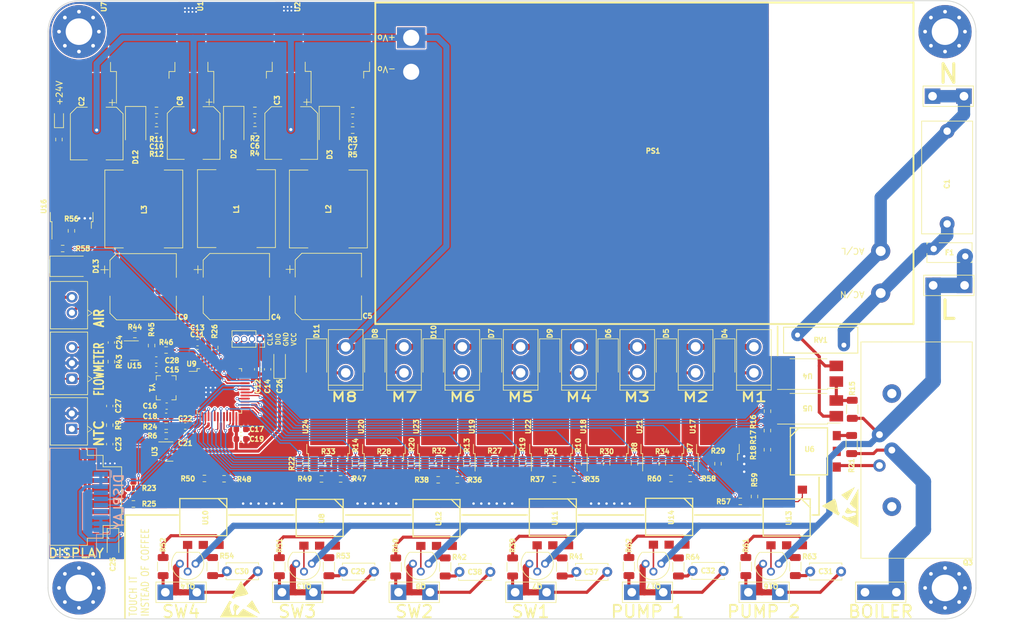
<source format=kicad_pcb>
(kicad_pcb (version 20211014) (generator pcbnew)
  (layers (0 "F.Cu" signal) (31 "B.Cu" signal) (34 "B.Paste" user) (35 "F.Paste" user) (36 "B.SilkS" user "B.Silkscreen") (37 "F.SilkS" user "F.Silkscreen") (38 "B.Mask" user) (39 "F.Mask" user) (44 "Edge.Cuts" user))
  (net 0 "")
  (net 1 "NEUT")
  (net 2 "LINE")
  (net 3 "+24V")
  (net 4 "GND")
  (net 5 "+5V")
  (net 6 "+3V3")
  (net 7 "Net-(C6-Pad1)")
  (net 8 "Net-(C7-Pad1)")
  (net 9 "Net-(C1-Pad2)")
  (net 10 "+12V")
  (net 11 "Net-(C18-Pad2)")
  (net 12 "+3V0")
  (net 13 "NTC")
  (net 14 "Net-(C10-Pad1)")
  (net 15 "Net-(C29-Pad1)")
  (net 16 "Net-(C15-Pad2)")
  (net 17 "Net-(C37-Pad1)")
  (net 18 "Net-(C37-Pad2)")
  (net 19 "Net-(C38-Pad1)")
  (net 20 "Net-(C38-Pad2)")
  (net 21 "Net-(D2-Pad1)")
  (net 22 "Net-(D3-Pad1)")
  (net 23 "Net-(D4-Pad2)")
  (net 24 "Net-(D5-Pad2)")
  (net 25 "Net-(C16-Pad2)")
  (net 26 "Net-(J9-Pad1)")
  (net 27 "SWDIO")
  (net 28 "SWCLK")
  (net 29 "UART_Tx")
  (net 30 "UART_Rx")
  (net 31 "Net-(Q3-Pad3)")
  (net 32 "Net-(C24-Pad2)")
  (net 33 "Net-(Q7-Pad3)")
  (net 34 "Net-(Q8-Pad3)")
  (net 35 "Motor_1")
  (net 36 "Motor_2")
  (net 37 "FLOWMETER")
  (net 38 "Net-(R15-Pad1)")
  (net 39 "Z_CROSS")
  (net 40 "Net-(R17-Pad1)")
  (net 41 "BOILER_uC")
  (net 42 "Net-(R21-Pad2)")
  (net 43 "Net-(R26-Pad2)")
  (net 44 "Net-(C28-Pad2)")
  (net 45 "Net-(C29-Pad2)")
  (net 46 "Net-(C30-Pad1)")
  (net 47 "Net-(R35-Pad1)")
  (net 48 "SW1_uC")
  (net 49 "Net-(R36-Pad1)")
  (net 50 "SW2_uC")
  (net 51 "Net-(R39-Pad2)")
  (net 52 "Net-(R40-Pad2)")
  (net 60 "Net-(C30-Pad2)")
  (net 62 "Net-(C31-Pad1)")
  (net 63 "Net-(C31-Pad2)")
  (net 66 "Net-(C32-Pad1)")
  (net 74 "Net-(D6-Pad2)")
  (net 75 "Net-(D7-Pad2)")
  (net 76 "Net-(D8-Pad2)")
  (net 77 "Net-(D9-Pad2)")
  (net 78 "Net-(D10-Pad2)")
  (net 79 "Net-(D11-Pad2)")
  (net 80 "Motor_3")
  (net 81 "Motor_5")
  (net 82 "Motor_7")
  (net 83 "Motor_4")
  (net 84 "Motor_6")
  (net 85 "Motor_8")
  (net 86 "Net-(C32-Pad2)")
  (net 87 "Net-(D12-Pad1)")
  (net 88 "Net-(D13-Pad2)")
  (net 89 "Net-(R44-Pad2)")
  (net 90 "Net-(Q13-Pad3)")
  (net 91 "Net-(Q14-Pad3)")
  (net 92 "Net-(R55-Pad2)")
  (net 93 "Net-(Q16-Pad3)")
  (net 94 "Net-(Q17-Pad3)")
  (net 95 "Net-(R47-Pad1)")
  (net 96 "SW3_uC")
  (net 97 "Net-(R48-Pad1)")
  (net 98 "SW4_uC")
  (net 99 "Net-(R51-Pad2)")
  (net 100 "Net-(R52-Pad2)")
  (net 101 "AIR_PUMP_uC")
  (net 102 "Net-(R57-Pad1)")
  (net 103 "PUMP1_uC")
  (net 104 "Net-(R58-Pad1)")
  (net 105 "PUMP2_uC")
  (net 106 "Net-(R61-Pad2)")
  (net 107 "Net-(R62-Pad2)")
  (net 114 "Net-(D1-Pad1)")
  (net 121 "Net-(R29-Pad1)")
  (net 122 "Net-(R34-Pad1)")
  (net 123 "Net-(R10-Pad2)")
  (net 124 "Net-(R13-Pad2)")
  (net 125 "Net-(R14-Pad2)")
  (net 126 "Net-(R19-Pad2)")
  (net 127 "Net-(R20-Pad2)")
  (net 128 "Net-(R22-Pad2)")
  (footprint "Connector_PinSocket_1.27mm:PinSocket_1x04_P1.27mm_Vertical" (layer "F.Cu") (at 89.71 86.25 -90)
    (fp_text reference "J11" hide)
    (fp_text value "SW")
  )
  (footprint "Capacitor_SMD:CP_Elec_10x10.5" (layer "F.Cu") (at 70.84 77.795)
    (fp_text reference "C9")
    (fp_text value "1000uF")
  )
  (footprint "Capacitor_SMD:C_0603_1608Metric" (layer "F.Cu") (at 79.63333 88.445 180)
    (fp_text reference "C11")
    (fp_text value ".1uF")
  )
  (footprint "Resistor_SMD:R_1206_3216Metric" (layer "F.Cu") (at 130.56667 123.125 90)
    (fp_text reference "R39")
    (fp_text value "180R")
  )
  (footprint "Package_TO_SOT_SMD:TO-252-2" (layer "F.Cu") (at 118.68 102.315 90)
    (fp_text reference "U23")
    (fp_text value "025C06C")
  )
  (footprint "Capacitor_SMD:C_0603_1608Metric" (layer "F.Cu") (at 72.96 91.195)
    (fp_text reference "C15")
    (fp_text value "22pF")
  )
  (footprint "Resistor_SMD:R_0603_1608Metric" (layer "F.Cu") (at 159.26667 108.825)
    (fp_text reference "R58")
    (fp_text value "330R")
  )
  (footprint "Resistor_SMD:R_0603_1608Metric" (layer "F.Cu") (at 137.32667 108.925)
    (fp_text reference "R37")
    (fp_text value "10K")
  )
  (footprint "Capacitor_SMD:C_0603_1608Metric" (layer "F.Cu") (at 65.44 103.26 -90)
    (fp_text reference "C23")
    (fp_text value ".01uF")
  )
  (footprint "Diode_SMD:D_SMA" (layer "F.Cu") (at 146 89.625 -90)
    (fp_text reference "D6")
    (fp_text value "D")
  )
  (footprint "Resistor_SMD:R_0603_1608Metric" (layer "F.Cu") (at 99.66667 108.885)
    (fp_text reference "R49")
    (fp_text value "10K")
  )
  (footprint "Capacitor_SMD:CP_Elec_10x10.5" (layer "F.Cu") (at 100.78 77.745)
    (fp_text reference "C5")
    (fp_text value "1000uF")
  )
  (footprint "Resistor_SMD:R_0603_1608Metric" (layer "F.Cu") (at 73 52.445)
    (fp_text reference "R12")
    (fp_text value "1.2K")
  )
  (footprint "Footprint:PC817" (layer "F.Cu") (at 183.79167 94.905 180)
    (fp_text reference "U5")
    (fp_text value "PC817")
  )
  (footprint "Footprint:BT131" (layer "F.Cu") (at 134.54 122.605 180)
    (fp_text reference "Q7")
    (fp_text value "BT131")
  )
  (footprint "Resistor_SMD:R_1206_3216Metric" (layer "F.Cu") (at 176.26667 123.0625 -90)
    (fp_text reference "R63")
    (fp_text value "39R")
  )
  (footprint "Footprint:TAB_Conn" (layer "F.Cu") (at 93.27667 127.225)
    (fp_text reference "J12" hide)
    (fp_text value "SW3_TAB")
  )
  (footprint "Footprint:DIP6_SMD" (layer "F.Cu") (at 155.86667 115.025 -90)
    (fp_text reference "U14")
    (fp_text value "MOC3021M")
  )
  (footprint "Resistor_SMD:R_0603_1608Metric" (layer "F.Cu") (at 83.92167 108.855)
    (fp_text reference "R48")
    (fp_text value "330R")
  )
  (footprint "Capacitor_SMD:C_0603_1608Metric" (layer "F.Cu") (at 88.9 50.815)
    (fp_text reference "C6")
    (fp_text value "15nF")
  )
  (footprint "Capacitor_SMD:C_0603_1608Metric" (layer "F.Cu") (at 74.56 98.745)
    (fp_text reference "C18")
    (fp_text value ".1uF")
  )
  (footprint "Footprint:JST_2.54_2P" (layer "F.Cu") (at 59.2037 99.7501 90)
    (fp_text reference "J5" hide)
    (fp_text value "NTC")
  )
  (footprint "Resistor_SMD:R_1206_3216Metric" (layer "F.Cu") (at 185.46667 97.625 -90)
    (fp_text reference "R15")
    (fp_text value "100K")
  )
  (footprint "Package_TO_SOT_SMD:TO-263-5_TabPin3" (layer "F.Cu") (at 102.24 40.005 90)
    (fp_text reference "U2")
    (fp_text value "LM2596T-ADJ")
  )
  (footprint "MountingHole:MountingHole_4.3mm_M4_Pad_Via" (layer "F.Cu") (at 60.46667 36.525)
    (fp_text reference "REF**" hide)
    (fp_text value "MountingHole_4.3mm_M4_Pad_Via")
  )
  (footprint "Package_TO_SOT_SMD:TO-252-2" (layer "F.Cu") (at 109.76 102.315 90)
    (fp_text reference "U20")
    (fp_text value "025C06C")
  )
  (footprint "Footprint:Molex_White_4_2mm_2P" (layer "F.Cu") (at 122.333335 89.625 180)
    (fp_text reference "J16" hide)
    (fp_text value "Conn_01x02")
  )
  (footprint "Inductor_SMD:L_12x12mm_H8mm" (layer "F.Cu") (at 85.921 65.155 -90)
    (fp_text reference "L1")
    (fp_text value "47uH")
  )
  (footprint "Inductor_SMD:L_12x12mm_H8mm" (layer "F.Cu") (at 100.78 65.215 -90)
    (fp_text reference "L2")
    (fp_text value "47uH")
  )
  (footprint "Resistor_SMD:R_0603_1608Metric" (layer "F.Cu") (at 163.76667 106.425 -90)
    (fp_text reference "R29")
    (fp_text value "10K")
  )
  (footprint "Resistor_SMD:R_0603_1608Metric" (layer "F.Cu") (at 127.66667 106.425 -90)
    (fp_text reference "R27")
    (fp_text value "10K")
  )
  (footprint "Resistor_SMD:R_0603_1608Metric" (layer "F.Cu") (at 69.264 112.931)
    (fp_text reference "R25")
    (fp_text value "R")
  )
  (footprint "Footprint:DIP6_SMD" (layer "F.Cu") (at 178.46667 104.425)
    (fp_text reference "U6")
    (fp_text value "MOC3021M")
  )
  (footprint "Package_TO_SOT_SMD:TO-252-2" (layer "F.Cu") (at 145.8 102.315 90)
    (fp_text reference "U18")
    (fp_text value "025C06C")
  )
  (footprint "Footprint:BT131" (layer "F.Cu") (at 115.72 122.605 180)
    (fp_text reference "Q8")
    (fp_text value "BT131")
  )
  (footprint "Package_TO_SOT_SMD:TO-263-5_TabPin3" (layer "F.Cu") (at 70.77 40.035 90)
    (fp_text reference "U7")
    (fp_text value "LM2596T-ADJ")
  )
  (footprint "Footprint:XH2.54_4P_SMD" (layer "F.Cu") (at 61.56667 111.777)
    (fp_text reference "J19" hide)
    (fp_text value "SW")
  )
  (footprint "Diode_SMD:D_SMA" (layer "F.Cu") (at 127.146668 89.625 -90)
    (fp_text reference "D7")
    (fp_text value "D")
  )
  (footprint "Capacitor_THT:C_Disc_D5.0mm_W2.5mm_P5.00mm" (layer "F.Cu") (at 108.16667 123.885 180)
    (fp_text reference "C29")
    (fp_text value ".01uF")
  )
  (footprint "Resistor_SMD:R_0603_1608Metric" (layer "F.Cu") (at 167.36667 112.525 180)
    (fp_text reference "R57")
    (fp_text value "330R")
  )
  (footprint "Capacitor_Tantalum_SMD:CP_EIA-3216-10_Kemet-I" (layer "F.Cu") (at 92.9 90.325 90)
    (fp_text reference "C26")
    (fp_text value "100uF")
  )
  (footprint "Footprint:TAB_Conn" (layer "F.Cu") (at 149.82667 127.225)
    (fp_text reference "J23" hide)
    (fp_text value "PUMP2_TAB")
  )
  (footprint "Capacitor_SMD:C_0603_1608Metric" (layer "F.Cu") (at 89.36 91.145 90)
    (fp_text reference "C12")
    (fp_text value ".01uF")
  )
  (footprint "Resistor_SMD:R_0603_1608Metric" (layer "F.Cu") (at 140.42667 108.925)
    (fp_text reference "R35")
    (fp_text value "330R")
  )
  (footprint "Diode_SMD:D_SMA" (layer "F.Cu") (at 117.720002 89.625 -90)
    (fp_text reference "D10")
    (fp_text value "D")
  )
  (footprint "Diode_SMD:D_SMA" (layer "F.Cu") (at 85.48 52.015 -90)
    (fp_text reference "D2")
    (fp_text value "SS34")
  )
  (footprint "Capacitor_THT:C_Disc_D5.0mm_W2.5mm_P5.00mm" (layer "F.Cu") (at 126.96667 123.925 180)
    (fp_text reference "C38")
    (fp_text value ".01uF")
  )
  (footprint "Footprint:TAB_Conn" (layer "F.Cu") (at 187.52667 127.225)
    (fp_text reference "J9" hide)
    (fp_text value "BOILER_TAB")
  )
  (footprint "Resistor_SMD:R_0603_1608Metric" (layer "F.Cu") (at 132.16667 106.425 -90)
    (fp_text reference "R19")
    (fp_text value "1K")
  )
  (footprint "Varistor:RV_Disc_D12mm_W4.2mm_P7.5mm" (layer "F.Cu") (at 184.11667 87.245 180)
    (fp_text reference "RV1")
    (fp_text value "Varistor")
  )
  (footprint "Package_QFP:LQFP-48_7x7mm_P0.5mm" (layer "F.Cu") (at 83.16 94.645)
    (fp_text reference "U9")
    (fp_text value "STM32F103C8Tx")
  )
  (footprint "Resistor_SMD:R_0603_1608Metric" (layer "F.Cu") (at 123.16667 106.425 -90)
    (fp_text reference "R13")
    (fp_text value "1K")
  )
  (footprint "Diode_SMD:D_SMA" (layer "F.Cu") (at 59.17 74.485)
    (fp_text reference "D13")
    (fp_text value "D")
  )
  (footprint "Resistor_SMD:R_0603_1608Metric" (layer "F.Cu") (at 154.76667 106.425 -90)
    (fp_text reference "R34")
    (fp_text value "10K")
  )
  (footprint "Package_TO_SOT_SMD:TO-252-2" (layer "F.Cu") (at 154.77 102.315 90)
    (fp_text reference "U21")
    (fp_text value "025C06C")
  )
  (footprint "Footprint:JST_2.54_2P" (layer "F.Cu") (at 59.22 80.955 90)
    (fp_text reference "J21" hide)
    (fp_text value "Conn_01x02")
  )
  (footprint "Symbol:ESD-Logo_6.6x6mm_SilkScreen" (layer "F.Cu") (at 86.5 128.325)
    (fp_text reference "REF**" hide)
    (fp_text value "ESD-Logo_6.6x6mm_SilkScreen" hide)
  )
  (footprint "Resistor_SMD:R_0603_1608Metric" (layer "F.Cu") (at 159.26667 106.425 -90)
    (fp_text reference "R7")
    (fp_text value "1K")
  )
  (footprint "Capacitor_SMD:C_0603_1608Metric" (layer "F.Cu") (at 86.67 100.845)
    (fp_text reference "C17")
    (fp_text value ".1uF")
  )
  (footprint "Resistor_SMD:R_0603_1608Metric" (layer "F.Cu") (at 150.26667 106.425 -90)
    (fp_text reference "R8")
    (fp_text value "1K")
  )
  (footprint "Resistor_SMD:R_0603_1608Metric" (layer "F.Cu") (at 88.9 49.265 180)
    (fp_text reference "R2")
    (fp_text value "3K")
  )
  (footprint "Capacitor_THT:C_Disc_D5.0mm_W2.5mm_P5.00mm" (layer "F.Cu") (at 164.66667 123.7625 180)
    (fp_text reference "C32")
    (fp_text value ".01uF")
  )
  (footprint "Package_TO_SOT_SMD:SOT-23" (layer "F.Cu") (at 69.43 88.115)
    (fp_text reference "U15")
    (fp_text value "MMBT2222")
  )
  (footprint "Resistor_SMD:R_0603_1608Metric" (layer "F.Cu") (at 82.41333 87.635 -90)
    (fp_text reference "R26")
    (fp_text value "10K")
  )
  (footprint "Capacitor_SMD:C_0603_1608Metric" (layer "F.Cu") (at 79.63333 86.855 180)
    (fp_text reference "C13")
    (fp_text value ".1uF")
  )
  (footprint "Package_TO_SOT_SMD:TO-263-5_TabPin3" (layer "F.Cu") (at 86.505 40.015 90)
    (fp_text reference "U1")
    (fp_text value "LM2596T-ADJ")
  )
  (footprint "Resistor_SMD:R_0603_1608Metric" (layer "F.Cu") (at 114.16667 106.425 -90)
    (fp_text reference "R20")
    (fp_text value "1K")
  )
  (footprint "Footprint:BT131" (layer "F.Cu") (at 78.04 122.605 180)
    (fp_text reference "Q14")
    (fp_text value "BT131")
  )
  (footprint "Resistor_SMD:R_0603_1608Metric" (layer "F.Cu") (at 171.75667 104.165 90)
    (fp_text reference "R18")
    (fp_text value "10K")
  )
  (footprint "Resistor_SMD:R_0603_1608Metric" (layer "F.Cu") (at 59.25 68.755 90)
    (fp_text reference "R56")
    (fp_text value "10K")
  )
  (footprint "Footprint:DIP6_SMD" (layer "F.Cu") (at 137.06667 115.125 -90)
    (fp_text reference "U11")
    (fp_text value "MOC3021M")
  )
  (footprint "Resistor_SMD:R_0603_1608Metric" (layer "F.Cu") (at 118.52667 109.025)
    (fp_text reference "R38")
    (fp_text value "10K")
  )
  (footprint "Capacitor_SMD:C_0603_1608Metric" (layer "F.Cu") (at 74.64333 97.105)
    (fp_text reference "C16")
    (fp_text value "22pF")
  )
  (footprint "Diode_SMD:D_SMA" (layer "F.Cu") (at 164.853332 89.625 -90)
    (fp_text reference "D4")
    (fp_text value "D")
  )
  (footprint "Package_TO_SOT_SMD:TO-252-2" (layer "F.Cu") (at 136.78 102.315 90)
    (fp_text reference "U22")
    (fp_text value "025C06C")
  )
  (footprint "Resistor_SMD:R_0603_1608Metric" (layer "F.Cu") (at 156.16667 108.825)
    (fp_text reference "R60")
    (fp_text value "10K")
  )
  (footprint "Capacitor_SMD:C_0603_1608Metric" (layer "F.Cu") (at 65.7 86.815 -90)
    (fp_text reference "C24")
    (fp_text value "0.1uF")
  )
  (footprint "Footprint:TAB_Conn" (layer "F.Cu") (at 198.44667 46.97)
    (fp_text reference "J1" hide)
    (fp_text value "NEUT_TAB")
  )
  (footprint "Footprint:Molex_White_4_2mm_2P" (layer "F.Cu") (at 103.480003 89.625 180)
    (fp_text reference "J17" hide)
    (fp_text value "Conn_01x02")
  )
  (footprint "Footprint:TAB_Conn" (layer "F.Cu") (at 130.97667 127.225)
    (fp_text reference "J14" hide)
    (fp_text value "SW1_TAB")
  )
  (footprint "Footprint:BT131" (layer "F.Cu") (at 172.32 122.615 180)
    (fp_text reference "Q16")
    (fp_text value "BT131")
  )
  (footprint "Footprint:Molex_White_4_2mm_2P" (layer "F.Cu") (at 160.039999 89.625 180)
    (fp_text reference "J4" hide)
    (fp_text value "Conn_01x02")
  )
  (footprint "Resistor_SMD:R_1206_3216Metric" (layer "F.Cu") (at 138.56667 123.125 -90)
    (fp_text reference "R41")
    (fp_text value "39R")
  )
  (footprint "Package_TO_SOT_SMD:TO-252-2" (layer "F.Cu") (at 100.74 102.315 90)
    (fp_text reference "U24")
    (fp_text value "025C06C")
  )
  (footprint "Footprint:DIP6_SMD" (layer "F.Cu") (at 99.36667 115.185 -90)
    (fp_text reference "U8")
    (fp_text value "MOC3021M")
  )
  (footprint "Capacitor_SMD:C_0603_1608Metric" (layer "F.Cu") (at 90.96 91.155 90)
    (fp_text reference "C14")
    (fp_text value ".01uF")
  )
  (footprint "Resistor_SMD:R_1206_3216Metric" (layer "F.Cu") (at 149.36667 123.0625 90)
    (fp_text reference "R62")
    (fp_text value "180R")
  )
  (footprint "Diode_SMD:D_SMA" (layer "F.Cu") (at 136.573334 89.625 -90)
    (fp_text reference "D9")
    (fp_text value "D")
  )
  (footprint "Footprint:JST_2.54_3P" (layer "F.Cu") (at 59.326324 92.6842 90)
    (fp_text reference "J7" hide)
    (fp_text value "JST_3P_2.54mm")
  )
  (footprint "Resistor_SMD:R_0603_1608Metric" (layer "F.Cu") (at 65.7 89.915 90)
    (fp_text reference "R43")
    (fp_text value "10k")
  )
  (footprint "Package_TO_SOT_SMD:SOT-23" (layer "F.Cu") (at 75.02 104.455)
    (fp_text reference "U3")
    (fp_text value "LM4040DBZ-3")
  )
  (footprint "Capacitor_SMD:C_0603_1608Metric" (layer "F.Cu") (at 77.64 100.325)
    (fp_text reference "C22")
    (fp_text value ".1uF")
  )
  (footprint "Footprint:BT131" (layer "F.Cu") (at 96.84 122.605 180)
    (fp_text reference "Q13")
    (fp_text value "BT131")
  )
  (footprint "Diode_SMD:D_SMA" (layer "F.Cu") (at 69.62 52.035 -90)
    (fp_text reference "D12")
    (fp_text value "SS34")
  )
  (footprint "Symbol:ESD-Logo_6.6x6mm_SilkScreen" (layer "F.Cu") (at 183.5 113.425 90)
    (fp_text reference "REF**" hide)
    (fp_text value "ESD-Logo_6.6x6mm_SilkScreen" hide)
  )
  (footprint "Inductor_SMD:L_12x12mm_H8mm" (layer "F.Cu") (at 70.94 65.215 -90)
    (fp_text reference "L3")
    (fp_text value "47uH")
  )
  (footprint "Resistor_SMD:R_0603_1608Metric" (layer "F.Cu") (at 105.16667 106.425 -90)
    (fp_text reference "R14")
    (fp_text value "1K")
  )
  (footprint "Footprint:Molex_White_4_2mm_2P" (layer "F.Cu") (at 141.186667 89.625 180)
    (fp_text reference "J13" hide)
    (fp_text value "Conn_01x02")
  )
  (footprint "Resistor_SMD:R_0603_1608Metric" (layer "F.Cu") (at 109.76667 106.425 -90)
    (fp_text reference "R28")
    (fp_text value "10K")
  )
  (footprint "Footprint:Molex_White_4_2mm_2P" (layer "F.Cu") (at 169.46667 89.625 180)
    (fp_text reference "J3" hide)
    (fp_text value "Conn_01x02")
  )
  (footprint "Footprint:TAB_Conn" (layer "F.Cu") (at 168.67667 127.225)
    (fp_text reference "J22" hide)
    (fp_text value "PUMP1_TAB")
  )
  (footprint "Capacitor_SMD:C_0603_1608Metric" (layer "F.Cu") (at 77.64 101.925)
    (fp_text reference "C21")
    (fp_text value ".1uF")
  )
  (footprint "Diode_SMD:D_SMA" (layer "F.Cu") (at 108.293336 89.625 -90)
    (fp_text reference "D8")
    (fp_text value "D")
  )
  (footprint "Diode_SMD:D_SMA" (layer "F.Cu") (at 98.86667 89.625 -90)
    (fp_text reference "D11")
    (fp_text value "D")
  )
  (footprint "Resistor_SMD:R_0603_1608Metric" (layer "F.Cu") (at 118.66667 106.425 -90)
    (fp_text reference "R32")
    (fp_text value "10K")
  )
  (footprint "Capacitor_SMD:CP_Elec_10x10.5" (layer "F.Cu") (at 85.91 77.775)
    (fp_text reference "C4")
    (fp_text value "1000uF")
  )
  (footprint "Footprint:DIP6_SMD" (layer "F.Cu") (at 80.56667 115.065 -90)
    (fp_text reference "U10")
    (fp_text value "MOC3021M")
  )
  (footprint "Resistor_SMD:R_0603_1608Metric" (layer "F.Cu") (at 145.76667 106.425 -90)
    (fp_text reference "R30")
    (fp_text value "10K")
  )
  (footprint "Resistor_SMD:R_1206_3216Metric" (layer "F.Cu") (at 168.26667 123.0625 90)
    (fp_text reference "R61")
    (fp_text value "180R")
  )
  (footprint "Footprint:DIP6_SMD" (layer "F.Cu") (at 174.86667 115.125 -90)
    (fp_text reference "U13")
    (fp_text value "MOC3021M")
  )
  (footprint "Resistor_SMD:R_1206_3216Metric" (layer "F.Cu") (at 157.36667 123.125 -90)
    (fp_text reference "R64")
    (fp_text value "39R")
  )
  (footprint "Capacitor_SMD:C_0603_1608Metric" (layer "F.Cu") (at 104.71 50.875)
    (fp_text reference "C7")
    (fp_text value "15nF")
  )
  (footprint "Fuse:Fuse_Bourns_MF-RG300" (layer "F.Cu") (at 203.73667 72.87 180)
    (fp_text reference "F1")
    (fp_text value "Fuse")
  )
  (footprint "Capacitor_Tantalum_SMD:CP_EIA-3216-10_Kemet-I" (layer "F.Cu") (at 65.962 119.201 -90)
    (fp_text reference "C25")
    (fp_text value "100uF")
  )
  (footprint "Resistor_SMD:R_0603_1608Metric" (layer "F.Cu") (at 74.57 101.905 180)
    (fp_text reference "R6")
    (fp_text value "33R")
  )
  (footprint "Diode_SMD:D_SMA" (layer "F.Cu") (at 100.94 52.005 -90)
    (fp_text reference "D3")
    (fp_text value "SS34")
  )
  (footprint "Resistor_SMD:R_0603_1608Metric" (layer "F.Cu") (at 169.66667 111.725 -90)
    (fp_text reference "R59")
    (fp_text value "10K")
  )
  (footprint "Diode_SMD:D_SMA" (layer "F.Cu") (at 155.426666 89.625 -90)
    (fp_text reference "D5")
    (fp_text value "D")
  )
  (footprint "Footprint:TAB_Conn" (layer "F.Cu") (at 198.54667 77.57)
    (fp_text reference "J2" hide)
    (fp_text value "LINE_TAB")
  )
  (footprint "Footprint:TAB_Conn" (layer "F.Cu") (at 112.12667 127.225)
    (fp_text reference "J15" hide)
    (fp_text value "SW2_TAB")
  )
  (footprint "Capacitor_SMD:CP_Elec_8x10" (layer "F.Cu") (at 94.77 52.925 -90)
    (fp_text reference "C3")
    (fp_text value "100uF")
  )
  (footprint "Footprint:Molex_White_4_2mm_2P" (layer "F.Cu") (at 131.760001 89.625 180)
    (fp_text reference "J8" hide)
    (fp_text value "Conn_01x02")
  )
  (footprint "MountingHole:MountingHole_4.3mm_M4_Pad_Via" (layer "F.Cu") (at 60.46667 126.525)
    (fp_text reference "REF**" hide)
    (fp_text value "MountingHole_4.3mm_M4_Pad_Via")
  )
  (footprint "Resistor_SMD:R_0603_1608Metric" (layer "F.Cu") (at 104.71 52.455)
    (fp_text reference "R5")
    (fp_text value "1K")
  )
  (footprint "Capacitor_SMD:C_0603_1608Metric" (layer "F.Cu") (at 65.44 97.085 90)
    (fp_text reference "C27")
    (fp_text value ".01uF")
  )
  (footprint "Resistor_SMD:R_0603_1608Metric" (layer "F.Cu") (at 141.16667 106.425 -90)
    (fp_text reference "R10")
    (fp_text value "1K")
  )
  (footprint "Footprint:BTA16_wH_SINK" (layer "F.Cu") (at 191.86667 104.225 -90)
    (fp_text reference "Q3")
    (fp_text value "BTA16")
  )
  (footprint "Resistor_SMD:R_0603_1608Metric" (layer "F.Cu") (at 74.55 88.035)
    (fp_text reference "R46")
    (fp_text value "1k")
  )
  (footprint "Resistor_SMD:R_0603_1608Metric" (layer "F.Cu") (at 100.76667 106.425 -90)
    (fp_text reference "R33")
    (fp_text value "10K")
  )
  (footprint "Resistor_SMD:R_0603_1608Metric" (layer "F.Cu") (at 88.91 52.415)
    (fp_text reference "R4")
    (fp_text value "1K")
  )
  (footprint "Footprint:Molex_White_4_2mm_2P" (layer "F.Cu") (at 150.613333 89.625 180)
    (fp_text reference "J6" hide)
    (fp_text value "Conn_01x02")
  )
  (footprint "Capacitor_THT:C_Rect_L18.0mm_W8.0mm_P15.00mm_FKS3_FKP3" (layer "F.Cu") (at 200.80667 52.62 -90)
    (fp_text reference "C1")
    (fp_text value "0.22uF")
  )
  (footprint "Resistor_SMD:R_0603_1608Metric" (layer "F.Cu") (at 69.264 110.391)
    (fp_text reference "R23")
    (fp_text value "R")
  )
  (footprint "Resistor_SMD:R_0603_1608Metric" (layer "F.Cu") (at 171.75667 101.065 90)
    (fp_text reference "R17")
    (fp_text value "330R")
  )
  (footprint "Resistor_SMD:R_0603_1608Metric" (layer "F.Cu") (at 121.62667 109.025)
    (fp_text reference "R36")
    (fp_text value "330R")
  )
  (footprint "Resistor_SMD:R_1206_3216Metric" (layer "F.Cu") (at 119.66667 123.125 -90)
    (fp_text reference "R42")
    (fp_text value "39R")
  )
  (footprint "Package_TO_SOT_SMD:TO-252-2" (layer "F.Cu") (at 59.28 64.795 90)
    (fp_text reference "U16")
    (fp_text value "025C06C")
  )
  (footprint "Footprint:DIP6_SMD" (layer "F.Cu") (at 118.26667 115.225 -90)
    (fp_text reference "U12")
    (fp_text value "MOC3021M")
  )
  (footprint "Footprint:TAB_Conn" (layer "F.Cu") (at 74.42667 127.225)
    (fp_text reference "J20" hide)
    (fp_text value "SW4_TAB")
  )
  (footprint "Resistor_SMD:R_1206_3216Metric" (layer "F.Cu") (at 82.06667 123.065 -90)
    (fp_text reference "R54")
    (fp_text value "39R")
  )
  (footprint "MountingHole:MountingHole_4.3mm_M4_Pad_Via" (layer "F.Cu") (at 200.46667 126.525)
    (fp_text reference "REF**" hide)
    (fp_text value "MountingHole_4.3mm_M4_Pad_Via")
  )
  (footprint "Footprint:BT131" (layer "F.Cu") (at 153.33 122.605 180)
    (fp_text reference "Q17")
    (fp_text value "BT131")
  )
  (footprint "Resistor_SMD:R_1206_3216Metric" (layer "F.Cu") (at 74.06667 123.065 90)
    (fp_text reference "R52")
    (fp_text value "180R")
  )
  (footprint "Capacitor_THT:C_Disc_D5.0mm_W2.5mm_P5.00mm" (layer "F.Cu") (at 89.36667 123.825 180)
    (fp_text reference "C30")
    (fp_text value ".01uF")
  )
  (footprint "Resistor_SMD:R_0603_1608Metric" (layer "F.Cu") (at 57.23 53.975 90)
    (fp_text reference "R1" hide)
    (fp_text value "4.1K")
  )
  (footprint "Resistor_SMD:R_1206_3216Metric" (layer "F.Cu") (at 111.66667 123.125 90)
    (fp_text reference "R40")
    (fp_text value "180R")
  )
  (footprint "Capacitor_SMD:C_0603_1608Metric" (layer "F.Cu") (at 86.68 102.435)
    (fp_text reference "C19")
    (fp_text value ".01uF")
  )
  (footprint "Resistor_SMD:R_0603_1608Metric" (layer "F.Cu") (at 136.76667 106.425 -90)
    (fp_text reference "R31")
    (fp_text value "10K")
  )
  (footprint "Resistor_SMD:R_0603_1608Metric" (layer "F.Cu") (at 171.76667 97.925 90)
    (fp_text reference "R16")
    (fp_text value "10K")
  )
  (footprint "MountingHole:MountingHole_4.3mm_M4_Pad_Via" (layer "F.Cu") (at 200.46667 36.525)
    (fp_text reference "REF**" hide)
    (fp_text value "MountingHole_4.3mm_M4_Pad_Via")
  )
  (footprint "Resistor_SMD:R_0603_1608Metric" (layer "F.Cu") (at 73 49.265 180)
    (fp_text reference "R11")
    (fp_text value "11K")
  )
  (footprint "Resistor_SMD:R_1206_3216Metric" (layer "F.Cu") (at 185.36667 103.325 90)
    (fp_text reference "R21")
    (fp_text value "180R")
  )
  (footprint "Resistor_SMD:R_0603_1608Metric" (layer "F.Cu") (at 65.44 100.185 90)
    (fp_text reference "R9")
    (fp_text value "100K")
  )
  (footprint "Resistor_SMD:R_0603_1608Metric" (layer "F.Cu") (at 96.12667 106.41 -90)
    (fp_text reference "R22")
    (fp_text value "1K")
  )
  (footprint "Capacitor_THT:C_Disc_D5.0mm_W2.5mm_P5.00mm" (layer "F.Cu") (at 183.66667 123.8625 180)
    (fp_text reference "C31")
    (fp_text value ".01uF")
  )
  (footprint "Capacitor_SMD:C_0603_1608Metric" (layer "F.Cu") (at 72.96 89.645 180)
    (fp_text reference "C28")
    (fp_text value "0.1uF")
  )
  (footprint "Capacitor_SMD:CP_Elec_8x10" (layer "F.Cu") (at 63.33 53.0075 -90)
    (fp_text reference "C2")
    (fp_text value "100uF")
  )
  (footprint "Footprint:PC817" (layer "F.Cu") (at 183.79167 89.305 180)
    (fp_text reference "U4")
    (fp_text value "PC817")
  )
  (footprint "Resistor_SMD:R_0603_1608Metric" (layer "F.Cu") (at 57.83 71.615 180)
    (fp_text reference "R55")
    (fp_text value "1K")
  )
  (footprint "Capacitor_THT:C_Disc_D5.0mm_W2.5mm_P5.00mm" (layer "F.Cu") (at 145.86667 123.925 180)
    (fp_text reference "C37")
    (fp_text value ".01uF")
  )
  (footprint "Resistor_SMD:R_0603_1608Metric" (layer "F.Cu") (at 80.74167 108.815)
    (fp_text reference "R50")
    (fp_text value "10K")
  )
  (footprint "Resistor_SMD:R_0603_1608Metric" (layer "F.Cu") (at 102.76667 108.885)
    (fp_text reference "R47")
    (fp_text value "330R")
  )
  (footprint "Footprint:Crystal_smd_3225" (layer "F.Cu") (at 74.56 94.145 -90)
    (fp_text reference "Y1")
    (fp_text value "Crystal_GND24")
  )
  (footprint "Resistor_SMD:R_1206_3216Metric" (layer "F.Cu") (at 92.86667 123.085 90)
    (fp_text reference "R51")
    (fp_text value "180R")
  )
  (footprint "Footprint:Molex_White_4_2mm_2P" (layer "F.Cu") (at 112.906669 89.625 180)
    (fp_text reference "J10" hide)
    (fp_text value "Conn_01x02")
  )
  (footprint "LED_SMD:LED_0603_1608Metric" (layer "F.Cu") (at 57.23 50.575 90)
    (fp_text reference "D1" hide)
    (fp_text value "LED")
  )
  (footprint "Capacitor_SMD:C_0603_1608Metric" (layer "F.Cu") (at 73 50.865)
    (fp_text reference "C10")
    (fp_text value "15nF")
  )
  (footprint "Package_TO_SOT_SMD:TO-252-2" (layer "F.Cu") (at 163.75 102.315 90)
    (fp_text reference "U17")
    (fp_text value "025C06C")
  )
  (footprint "Resistor_SMD:R_0603_1608Metric" (layer "F.Cu") (at 72.2 87.315 -90)
    (fp_text reference "R45")
    (fp_text value "10k")
  )
  (footprint "Resistor_SMD:R_0603_1608Metric" (layer "F.Cu") (at 74.56 100.345)
    (fp_text reference "R24")
    (fp_text value "10K")
  )
  (footprint "Package_TO_SOT_SMD:TO-252-2" (layer "F.Cu") (at 127.68 102.315 90)
    (fp_text reference "U19")
    (fp_text value "025C06C")
  )
  (footprint "Resistor_SMD:R_0603_1608Metric" (layer "F.Cu") (at 69.5 85.515 180)
    (fp_text reference "R44")
    (fp_text value "1k")
  )
  (footprint "Footprint:IRM-90-24" (layer "F.Cu") (at 153.36667 55.825 180)
    (fp_text reference "PS1")
    (fp_text value "HLK-PM01")
  )
  (footprint "Resistor_SMD:R_0603_1608Metric" (layer "F.Cu") (at 104.71 49.305 180)
    (fp_text reference "R3")
    (fp_text value "1.6K")
  )
  (footprint "Capacitor_SMD:CP_Elec_8x10" (layer "F.Cu") (at 79 52.925 -90)
    (fp_text reference "C8")
    (fp_text value "100uF")
  )
  (footprint "Resistor_SMD:R_1206_3216Metric" (layer "F.Cu") (at 100.86667 123.085 -90)
    (fp_text reference "R53")
    (fp_text value "39R")
  )
  (footprint "Footprint:FCC_1.0mm_10P" (layer "B.Cu") (at 60 112.627 90)
    (fp_text reference "J18" hide)
    (fp_text value "Conn_01x10")
  )
  (gr_line (start 67.9 131.425) (end 67.9 114.725) (layer "F.SilkS") (width 0.25))
  (gr_line (start 122.4 114.725) (end 132.9 114.725) (layer "F.SilkS") (width 0.25))
  (gr_line (start 173.4 88.925) (end 173.4 84.225) (layer "F.SilkS") (width 0.25))
  (gr_line (start 180.1 114.725) (end 180.1 108.625) (layer "F.SilkS") (width 0.25))
  (gr_line (start 103.6 114.725) (end 114.1 114.725) (layer "F.SilkS") (width 0.25))
  (gr_line (start 84.7 114.725) (end 95.2 114.725) (layer "F.SilkS") (width 0.25))
  (gr_line (start 76.5 114.725) (end 67.9 114.725) (layer "F.SilkS") (width 0.25))
  (gr_line (start 170.7 114.725) (end 160 114.725) (layer "F.SilkS") (width 0.25))
  (gr_line (start 180.1 114.725) (end 179 114.725) (layer "F.SilkS") (width 0.25))
  (gr_line (start 151.7 114.725) (end 141.2 114.725) (layer "F.SilkS") (width 0.25))
  (gr_line (start 55.46667 126.525) (end 55.46667 36.525) (layer "Edge.Cuts") (width 0.12))
  (gr_arc (start 55.46667 36.525) (mid 56.931136 32.989466) (end 60.46667 31.525) (layer "Edge.Cuts") (width 0.12))
  (gr_line (start 200.46667 131.525) (end 60.46667 131.525) (layer "Edge.Cuts") (width 0.12))
  (gr_line (start 60.46667 31.525) (end 200.46667 31.525) (layer "Edge.Cuts") (width 0.12))
  (gr_arc (start 205.46667 126.525) (mid 204.002204 130.060534) (end 200.46667 131.525) (layer "Edge.Cuts") (width 0.12))
  (gr_line (start 205.46667 36.525) (end 205.46667 126.525) (layer "Edge.Cuts") (width 0.12))
  (gr_arc (start 60.46667 131.525) (mid 56.931136 130.060534) (end 55.46667 126.525) (layer "Edge.Cuts") (width 0.12))
  (gr_arc (start 200.46667 31.525) (mid 204.002204 32.989466) (end 205.46667 36.525) (layer "Edge.Cuts") (width 0.12))
  (gr_text "DISPLAY" (at 66.9 112.525 90) (layer "B.SilkS") (effects (font (size 1.5 1.5) (thickness 0.25)) (justify mirror)))
  (gr_text "FLOWMETER" (at 63.7 91.125 90) (layer "F.SilkS") (effects (font (size 1.5 1) (thickness 0.25))))
  (gr_text "M7" (at 113.06667 95.65) (layer "F.SilkS") (effects (font (size 1.5 2) (thickness 0.3))))
  (gr_text "TOUCH IT\nINSTEAD OF COFFEE" (at 70.2 131.225 90) (layer "F.SilkS") (effects (font (size 1.2 0.95)) (justify left)))
  (gr_text "PUMP 2" (at 171.16667 130.35) (layer "F.SilkS") (effects (font (size 2 2) (thickness 0.3))))
  (gr_text "M4" (at 141.26667 95.65) (layer "F.SilkS") (effects (font (size 1.5 2) (thickness 0.3))))
  (gr_text "PUMP 1" (at 152.36667 130.35) (layer "F.SilkS") (effects (font (size 2 2) (thickness 0.3))))
  (gr_text "AIR\n" (at 63.71 84.525 90) (layer "F.SilkS") (effects (font (size 1.5 1.25) (thickness 0.3)) (justify left)))
  (gr_text "+24V" (at 57.3 46.455 90) (layer "F.SilkS") (effects (font (size 1 1))))
  (gr_text "BOILER" (at 190.06667 130.35) (layer "F.SilkS") (effects (font (size 2 2) (thickness 0.3))))
  (gr_text "SW2\n" (at 114.66667 130.35) (layer "F.SilkS") (effects (font (size 2 2) (thickness 0.3))))
  (gr_text "VCC" (at 95.2 86.295 90) (layer "F.SilkS") (effects (font (size 0.75 0.75))))
  (gr_text "CLK" (at 91.37 86.295 90) (layer "F.SilkS") (effects (font (size 0.75 0.75))))
  (gr_text "DIO" (at 92.67 86.295 90) (layer "F.SilkS") (effects (font (size 0.75 0.75))))
  (gr_text "M3" (at 150.66667 95.65) (layer "F.SilkS") (effects (font (size 1.5 2) (thickness 0.3))))
  (gr_text "SW3" (at 95.76667 130.35) (layer "F.SilkS") (effects (font (size 2 2) (thickness 0.3))))
  (gr_text "SW4" (at 76.96667 130.35) (layer "F.SilkS") (effects (font (size 2 2) (thickness 0.3))))
  (gr_text "L" (at 200.96667 81.55) (layer "F.SilkS") (effects (font (size 3 3) (thickness 0.5))))
  (gr_text "M5" (at 131.86667 95.65) (layer "F.SilkS") (effects (font (size 1.5 2) (thickness 0.3))))
  (gr_text "M2\n" (at 160.16667 95.65) (layer "F.SilkS") (effects (font (size 1.5 2) (thickness 0.3))))
  (gr_text "M6" (at 122.46667 95.65) (layer "F.SilkS") (effects (font (size 1.5 2) (thickness 0.3))))
  (gr_text "M8" (at 103.37 95.645) (layer "F.SilkS") (effects (font (size 1.5 2) (thickness 0.3))))
  (gr_text "DISPLAY" (at 60 120.925) (layer "F.SilkS") (effects (font (size 1.5 1.5) (thickness 0.25))))
  (gr_text "NTC" (at 63.7 101.525 90) (layer "F.SilkS") (effects (font (size 1.5 1.5) (thickness 0.3))))
  (gr_text "SW1" (at 133.46667 130.35) (layer "F.SilkS") (effects (font (size 2 2) (thickness 0.3))))
  (gr_text "GND" (at 93.92 86.295 90) (layer "F.SilkS") (effects (font (size 0.75 0.75))))
  (gr_text "N" (at 201.01667 43.35) (layer "F.SilkS") (effects (font (size 3 3) (thickness 0.5))))
  (gr_text "M1" (at 169.56667 95.65) (layer "F.SilkS") (effects (font (size 1.5 2) (thickness 0.3))))
  (segment (start 180.77967 98.738) (end 182.89167 98.738) (width 0.5) (layer "F.Cu") (net 1))
  (segment (start 180.13967 98.098) (end 180.77967 98.738) (width 0.5) (layer "F.Cu") (net 1))
  (segment (start 180.13967 89.652) (end 181.08567 90.598) (width 0.5) (layer "F.Cu") (net 1))
  (segment (start 176.65334 85.61167) (end 176.61667 85.61167) (width 0.5) (layer "F.Cu") (net 1))
  (segment (start 180.13967 90.598) (end 180.13967 98.098) (width 0.5) (layer "F.Cu") (net 1))
  (segment (start 180.13967 89.652) (end 180.13967 89.098) (width 0.5) (layer "F.Cu") (net 1))
  (segment (start 180.13967 89.098) (end 176.65334 85.61167) (width 0.5) (layer "F.Cu") (net 1))
  (segment (start 180.13967 90.598) (end 180.13967 89.652) (width 0.5) (layer "F.Cu") (net 1))
  (segment (start 181.08567 90.598) (end 182.89167 90.598) (width 0.5) (layer "F.Cu") (net 1))
  (segment (start 176.61667 85.61167) (end 176.61667 85.50833) (width 2) (layer "B.Cu") (net 1))
  (segment (start 176.61667 85.50833) (end 190.06667 72.05833) (width 2) (layer "B.Cu") (net 1))
  (segment (start 190.06667 63.36) (end 200.80667 52.62) (width 2) (layer "B.Cu") (net 1))
  (segment (start 203.52667 49.9) (end 200.80667 52.62) (width 2) (layer "B.Cu") (net 1))
  (segment (start 190.06667 72.05833) (end 190.06667 72.025) (width 2) (layer "B.Cu") (net 1))
  (segment (start 190.06667 72.025) (end 190.06667 63.36) (width 2) (layer "B.Cu") (net 1))
  (segment (start 203.52667 46.97) (end 203.52667 49.9) (width 2) (layer "B.Cu") (net 1))
  (segment (start 198.44667 46.97) (end 203.52667 46.97) (width 2) (layer "B.Cu") (net 1))
  (segment (start 82.06667 121.6025) (end 80.3125 121.6025) (width 0.5) (layer "F.Cu") (net 2))
  (segment (start 138.56667 121.6625) (end 136.7525 121.6625) (width 0.5) (layer "F.Cu") (net 2))
  (segment (start 80.3125 121.6025) (end 79.31 122.605) (width 0.5) (layer "F.Cu") (net 2))
  (segment (start 100.86667 121.6225) (end 99.0925 121.6225) (width 0.5) (layer "F.Cu") (net 2))
  (segment (start 176.26667 121.6) (end 174.605 121.6) (width 0.5) (layer "F.Cu") (net 2))
  (segment (start 174.605 121.6) (end 173.59 122.615) (width 0.5) (layer "F.Cu") (net 2))
  (segment (start 99.0925 121.6225) (end 98.11 122.605) (width 0.5) (layer "F.Cu") (net 2))
  (segment (start 136.7525 121.6625) (end 135.81 122.605) (width 0.5) (layer "F.Cu") (net 2))
  (segment (start 117.9325 121.6625) (end 116.99 122.605) (width 0.5) (layer "F.Cu") (net 2))
  (segment (start 185.46667 99.0875) (end 187.22917 99.0875) (width 0.5) (layer "F.Cu") (net 2))
  (segment (start 155.5425 121.6625) (end 154.6 122.605) (width 0.5) (layer "F.Cu") (net 2))
  (segment (start 119.66667 121.6625) (end 117.9325 121.6625) (width 0.5) (layer "F.Cu") (net 2))
  (segment (start 157.36667 121.6625) (end 155.5425 121.6625) (width 0.5) (layer "F.Cu") (net 2))
  (segment (start 187.22917 99.0875) (end 189.86667 101.725) (width 0.5) (layer "F.Cu") (net 2))
  (segment (start 123.13 116.465) (end 104.25 116.465) (width 1) (layer "B.Cu") (net 2))
  (segment (start 179.74 116.465) (end 160.74 116.465) (width 1) (layer "B.Cu") (net 2))
  (segment (start 141.95 116.465) (end 135.81 122.605) (width 1) (layer "B.Cu") (net 2))
  (segment (start 198.54667 77.57) (end 203.62667 77.57) (width 2.5) (layer "B.Cu") (net 2))
  (segment (start 160.74 116.465) (end 141.95 116.465) (width 1) (layer "B.Cu") (net 2))
  (segment (start 181.76 114.445) (end 179.77 116.435) (width 1) (layer "B.Cu") (net 2))
  (segment (start 160.74 116.465) (end 154.6 122.605) (width 1) (layer "B.Cu") (net 2))
  (segment (start 104.25 116.465) (end 98.11 122.605) (width 1) (layer "B.Cu") (net 2))
  (segment (start 179.77 116.435) (end 173.59 122.615) (width 1) (layer "B.Cu") (net 2))
  (segment (start 189.86667 101.725) (end 188.34667 103.245) (width 1) (layer "B.Cu") (net 2))
  (segment (start 179.77 116.435) (end 179.74 116.465) (width 1) (layer "B.Cu") (net 2))
  (segment (start 188.34667 103.245) (end 184.13 103.245) (width 1) (layer "B.Cu") (net 2))
  (segment (start 203.62667 72.98) (end 203.73667 72.87) (width 2.5) (layer "B.Cu") (net 2))
  (segment (start 123.13 116.465) (end 116.99 122.605) (width 1) (layer "B.Cu") (net 2))
  (segment (start 184.13 103.245) (end 181.76 105.615) (width 1) (layer "B.Cu") (net 2))
  (segment (start 85.45 116.465) (end 79.31 122.605) (width 1) (layer "B.Cu") (net 2))
  (segment (start 203.62667 77.57) (end 203.62667 72.98) (width 2.5) (layer "B.Cu") (net 2))
  (segment (start 198.54667 93.045) (end 198.54667 77.57) (width 2.5) (layer "B.Cu") (net 2))
  (segment (start 189.86667 101.725) (end 198.54667 93.045) (width 2.5) (layer "B.Cu") (net 2))
  (segment (start 141.95 116.465) (end 123.13 116.465) (width 1) (layer "B.Cu") (net 2))
  (segment (start 104.25 116.465) (end 85.45 116.465) (width 1) (layer "B.Cu") (net 2))
  (segment (start 181.76 105.615) (end 181.76 114.445) (width 1) (layer "B.Cu") (net 2))
  (segment (start 98.96667 87.525) (end 98.86667 87.625) (width 1) (layer "F.Cu") (net 3))
  (segment (start 103.580003 87.525) (end 169.56667 87.525) (width 1) (layer "F.Cu") (net 3))
  (segment (start 103.580003 87.525) (end 98.96667 87.525) (width 1) (layer "F.Cu") (net 3))
  (segment (start 57.23 49.7875) (end 63.3 49.7875) (width 0.3) (layer "F.Cu") (net 3))
  (segment (start 63.3 49.7875) (end 63.33 49.7575) (width 0.3) (layer "F.Cu") (net 3))
  (via (at 79 52.455) (size 1) (drill 0.5) (layers "F.Cu" "B.Cu") (net 3))
  (via (at 63.32 52.455) (size 1) (drill 0.5) (layers "F.Cu" "B.Cu") (net 3))
  (via (at 94.71 52.365) (size 1) (drill 0.5) (layers "F.Cu" "B.Cu") (net 3))
  (segment (start 81.5 37.525) (end 78.88 37.525) (width 1) (layer "B.Cu") (net 3))
  (segment (start 119.86667 38.95) (end 119.86667 71.20833) (width 1) (layer "B.Cu") (net 3))
  (segment (start 118.44167 37.525) (end 119.86667 38.95) (width 1) (layer "B.Cu") (net 3))
  (segment (start 78.99 37.635) (end 78.88 37.525) (width 1) (layer "B.Cu") (net 3))
  (segment (start 78.88 37.525) (end 67.5 37.525) (width 1) (layer "B.Cu") (net 3))
  (segment (start 79 52.455) (end 78.99 52.445) (width 1) (layer "B.Cu") (net 3))
  (segment (start 119.86667 71.20833) (end 103.580003 87.494997) (width 1) (layer "B.Cu") (net 3))
  (segment (start 78.99 52.445) (end 78.99 37.635) (width 1) (layer "B.Cu") (net 3))
  (segment (start 97.1 37.525) (end 81.5 37.525) (width 1) (layer "B.Cu") (net 3))
  (segment (start 63.31 52.445) (end 63.32 52.455) (width 1) (layer "B.Cu") (net 3))
  (segment (start 94.71 37.525) (end 94.71 52.365) (width 1) (layer "B.Cu") (net 3))
  (segment (start 67.5 37.525) (end 63.31 41.715) (width 1) (layer "B.Cu") (net 3))
  (segment (start 97.1 37.525) (end 94.71 37.525) (width 1) (layer "B.Cu") (net 3))
  (segment (start 114.16667 37.525) (end 97.1 37.525) (width 1) (layer "B.Cu") (net 3))
  (segment (start 63.31 41.715) (end 63.31 52.445) (width 1) (layer "B.Cu") (net 3))
  (segment (start 103.580003 87.494997) (end 103.580003 87.525) (width 1) (layer "B.Cu") (net 3))
  (segment (start 114.16667 37.525) (end 118.44167 37.525) (width 1) (layer "B.Cu") (net 3))
  (via (at 95.4 33.125) (size 0.5) (drill 0.3) (layers "F.Cu" "B.Cu") (net 4))
  (via (at 61.4 66.725) (size 0.8) (drill 0.4) (layers "F.Cu" "B.Cu") (net 4))
  (via (at 128 112.875) (size 0.8) (drill 0.4) (layers "F.Cu" "B.Cu") (net 4))
  (via (at 168 107.725) (size 0.8) (drill 0.4) (layers "F.Cu" "B.Cu") (net 4))
  (via (at 62.3 66.725) (size 0.8) (drill 0.4) (layers "F.Cu" "B.Cu") (net 4))
  (via (at 81 94.875) (size 0.5) (drill 0.3) (layers "F.Cu" "B.Cu") (net 4))
  (via (at 81 94.125) (size 0.5) (drill 0.3) (layers "F.Cu" "B.Cu") (net 4))
  (via (at 60.5 66.725) (size 0.8) (drill 0.4) (layers "F.Cu" "B.Cu") (net 4))
  (via (at 77.6 33.325) (size 0.5) (drill 0.3) (layers "F.Cu" "B.Cu") (net 4))
  (via (at 105.5 112.875) (size 0.8) (drill 0.4) (layers "F.Cu" "B.Cu") (net 4))
  (via (at 93.6 33.125) (size 0.5) (drill 0.3) (layers "F.Cu" "B.Cu") (net 4))
  (via (at 64.75 106.375) (size 0.5) (drill 0.3) (layers "F.Cu" "B.Cu") (net 4))
  (via (at 94.2 32.525) (size 0.5) (drill 0.3) (layers "F.Cu" "B.Cu") (net 4))
  (via (at 78.2 33.325) (size 0.5) (drill 0.3) (layers "F.Cu" "B.Cu") (net 4))
  (via (at 57 120.375) (size 0.5) (drill 0.3) (layers "F.Cu" "B.Cu") (net 4))
  (via (at 78.8 33.325) (size 0.5) (drill 0.3) (layers "F.Cu" "B.Cu") (net 4))
  (via (at 92 112.875) (size 0.8) (drill 0.4) (layers "F.Cu" "B.Cu") (net 4))
  (via (at 110.5 112.875) (size 0.8) (drill 0.4) (layers "F.Cu" "B.Cu") (net 4))
  (via (at 78.2 32.725) (size 0.5) (drill 0.3) (layers "F.Cu" "B.Cu") (net 4))
  (via (at 168 105.225) (size 0.8) (drill 0.4) (layers "F.Cu" "B.Cu") (net 4))
  (via (at 168 106.475) (size 0.8) (drill 0.4) (layers "F.Cu" "B.Cu") (net 4))
  (via (at 143.25 112.875) (size 0.8) (drill 0.4) (layers "F.Cu" "B.Cu") (net 4))
  (via (at 64 106.375) (size 0.5) (drill 0.3) (layers "F.Cu" "B.Cu") (net 4))
  (via (at 130.5 112.875) (size 0.8) (drill 0.4) (layers "F.Cu" "B.Cu") (net 4))
  (via (at 125.5 112.875) (size 0.8) (drill 0.4) (layers "F.Cu" "B.Cu") (net 4))
  (via (at 94.2 33.125) (size 0.5) (drill 0.3) (layers "F.Cu" "B.Cu") (net 4))
  (via (at 126.75 112.875) (size 0.8) (drill 0.4) (layers "F.Cu" "B.Cu") (net 4))
  (via (at 108 112.875) (size 0.8) (drill 0.4) (layers "F.Cu" "B.Cu") (net 4))
  (via (at 81.75 94.125) (size 0.5) (drill 0.3) (layers "F.Cu" "B.Cu") (net 4))
  (via (at 58.5 120.375) (size 0.5) (drill 0.3) (layers "F.Cu" "B.Cu") (net 4))
  (via (at 148.25 112.875) (size 0.8) (drill 0.4) (layers "F.Cu" "B.Cu") (net 4))
  (via (at 145.75 112.875) (size 0.8) (drill 0.4) (layers "F.Cu" "B.Cu") (net 4))
  (via (at 149.5 112.875) (size 0.8) (drill 0.4) (layers "F.Cu" "B.Cu") (net 4))
  (via (at 87 112.875) (size 0.8) (drill 0.4) (layers "F.Cu" "B.Cu") (net 4))
  (via (at 81 95.625) (size 0.5) (drill 0.3) (layers "F.Cu" "B.Cu") (net 4))
  (via (at 95.4 32.525) (size 0.5) (drill 0.3) (layers "F.Cu" "B.Cu") (net 4))
  (via (at 81.75 94.875) (size 0.5) (drill 0.3) (layers "F.Cu" "B.Cu") (net 4))
  (via (at 57.75 121.125) (size 0.5) (drill 0.3) (layers "F.Cu" "B.Cu") (net 4))
  (via (at 65.5 106.375) (size 0.5) (drill 0.3) (layers "F.Cu" "B.Cu") (net 4))
  (via (at 94.8 33.125) (size 0.5) (drill 0.3) (layers "F.Cu" "B.Cu") (net 4))
  (via (at 106.75 112.875) (size 0.8) (drill 0.4) (layers "F.Cu" "B.Cu") (net 4))
  (via (at 58.5 121.125) (size 0.5) (drill 0.3) (layers "F.Cu" "B.Cu") (net 4))
  (via (at 129.25 112.875) (size 0.8) (drill 0.4) (layers "F.Cu" "B.Cu") (net 4))
  (via (at 57 121.125) (size 0.5) (drill 0.3) (layers "F.Cu" "B.Cu") (net 4))
  (via (at 94.8 32.525) (size 0.5) (drill 0.3) (layers "F.Cu" "B.Cu") (net 4))
  (via (at 79.4 32.725) (size 0.5) (drill 0.3) (layers "F.Cu" "B.Cu") (net 4))
  (via (at 124.25 112.875) (size 0.8) (drill 0.4) (layers "F.Cu" "B.Cu") (net 4))
  (via (at 147 112.875) (size 0.8) (drill 0.4) (layers "F.Cu" "B.Cu") (net 4))
  (via (at 111.75 112.875) (size 0.8) (drill 0.4) (layers "F.Cu" "B.Cu") (net 4))
  (via (at 90.75 112.875) (size 0.8) (drill 0.4) (layers "F.Cu" "B.Cu") (net 4))
  (via (at 79.4 33.325) (size 0.5) (drill 0.3) (layers "F.Cu" "B.Cu") (net 4))
  (via (at 63.25 106.375) (size 0.5) (drill 0.3) (layers "F.Cu" "B.Cu") (net 4))
  (via (at 89.5 112.875) (size 0.8) (drill 0.4) (layers "F.Cu" "B.Cu") (net 4))
  (via (at 66.25 106.375) (size 0.5) (drill 0.3) (layers "F.Cu" "B.Cu") (net 4))
  (via (at 77.6 32.725) (size 0.5) (drill 0.3) (layers "F.Cu" "B.Cu") (net 4))
  (via (at 57.75 120.375) (size 0.5) (drill 0.3) (layers "F.Cu" "B.Cu") (net 4))
  (via (at 93.6 32.525) (size 0.5) (drill 0.3) (layers "F.Cu" "B.Cu") (net 4))
  (via (at 93.25 112.875) (size 0.8) (drill 0.4) (layers "F.Cu" "B.Cu") (net 4))
  (via (at 82.5 94.125) (size 0.5) (drill 0.3) (layers "F.Cu" "B.Cu") (net 4))
  (via (at 109.25 112.875) (size 0.8) (drill 0.4) (layers "F.Cu" "B.Cu") (net 4))
  (via (at 88.25 112.875) (size 0.8) (drill 0.4) (layers "F.Cu" "B.Cu") (net 4))
  (via (at 78.8 32.725) (size 0.5) (drill 0.3) (layers "F.Cu" "B.Cu") (net 4))
  (via (at 144.5 112.875) (size 0.8) (drill 0.4) (layers "F.Cu" "B.Cu") (net 4))
  (segment (start 61.46 116.995) (end 62.31 117.845) (width 0.5) (layer "F.Cu") (net 5))
  (segment (start 90.99 50.815) (end 89.675 50.815) (width 0.5) (layer "F.Cu") (net 5))
  (segment (start 81.71 80.605) (end 79.73 82.585) (width 0.5) (layer "F.Cu") (net 5))
  (segment (start 67.286 117.851) (end 67.3 117.865) (width 0.5) (layer "F.Cu") (net 5))
  (segment (start 89.725 50.765) (end 89.675 50.815) (width 0.5) (layer "F.Cu") (net 5))
  (segment (start 65.962 115.477) (end 64.81667 115.477) (width 0.5) (layer "F.Cu") (net 5))
  (segment (start 81.71 77.775) (end 81.71 70.715) (width 0.5) (layer "F.Cu") (net 5))
  (segment (start 65.962 117.851) (end 67.286 117.851) (width 0.5) (layer "F.Cu") (net 5))
  (segment (start 61.1608 92.6842) (end 59.326324 92.6842) (width 0.3) (layer "F.Cu") (net 5))
  (segment (start 57.12 92.725) (end 57.12 101.965) (width 0.5) (layer "F.Cu") (net 5))
  (segment (start 91.4 51.225) (end 90.99 50.815) (width 0.5) (layer "F.Cu") (net 5))
  (segment (start 91.4 68.325) (end 91.4 51.225) (width 0.5) (layer "F.Cu") (net 5))
  (segment (start 81.71 77.775) (end 81.71 80.605) (width 0.5) (layer "F.Cu") (net 5))
  (segment (start 64 85.435) (end 58.6 85.435) (width 0.5) (layer "F.Cu") (net 5))
  (segment (start 89.725 49.265) (end 89.725 50.765) (width 0.5) (layer "F.Cu") (net 5))
  (segment (start 59.326324 92.6842) (end 57.1608 92.6842) (width 0.3) (layer "F.Cu") (net 5))
  (segment (start 65.956 117.845) (end 65.962 117.851) (width 0.5) (layer "F.Cu") (net 5))
  (segment (start 58.15 102.995) (end 60.12 102.995) (width 0.5) (layer "F.Cu") (net 5))
  (segment (start 85.921 70.105) (end 89.62 70.105) (width 0.5) (layer "F.Cu") (net 5))
  (segment (start 58.6 85.435) (end 57.12 86.915) (width 0.5) (layer "F.Cu") (net 5))
  (segment (start 60.12 102.995) (end 61.46 104.335) (width 0.5) (layer "F.Cu") (net 5))
  (segment (start 63.105 90.74) (end 61.1608 92.6842) (width 0.3) (layer "F.Cu") (net 5))
  (segment (start 82.32 70.105) (end 85.921 70.105) (width 0.5) (layer "F.Cu") (net 5))
  (segment (start 65.7 90.74) (end 63.105 90.74) (width 0.3) (layer "F.Cu") (net 5))
  (segment (start 66.85 82.585) (end 64 85.435) (width 0.5) (layer "F.Cu") (net 5))
  (segment (start 89.62 70.105) (end 91.4 68.325) (width 0.5) (layer "F.Cu") (net 5))
  (segment (start 79.73 82.585) (end 66.85 82.585) (width 0.5) (layer "F.Cu") (net 5))
  (segment (start 57.12 101.965) (end 58.15 102.995) (width 0.5) (layer "F.Cu") (net 5))
  (segment (start 65.962 117.851) (end 65.962 115.477) (width 0.5) (layer "F.Cu") (net 5))
  (segment (start 57.12 86.915) (end 57.12 92.725) (width 0.5) (layer "F.Cu") (net 5))
  (segment (start 81.71 70.715) (end 82.32 70.105) (width 0.5) (layer "F.Cu") (net 5))
  (segment (start 61.46 104.335) (end 61.46 116.995) (width 0.5) (layer "F.Cu") (net 5))
  (segment (start 62.31 117.845) (end 65.956 117.845) (width 0.5) (layer "F.Cu") (net 5))
  (segment (start 57.1608 92.6842) (end 57.12 92.725) (width 0.3) (layer "F.Cu") (net 5))
  (via (at 67.3 117.865) (size 0.5) (drill 0.3) (layers "F.Cu" "B.Cu") (net 5))
  (segment (start 60.66 117.705) (end 60.66 110.955) (width 0.5) (layer "B.Cu") (net 5))
  (segment (start 61.488 110.127) (end 64 110.127) (width 0.5) (layer "B.Cu") (net 5))
  (segment (start 60.66 110.955) (end 61.488 110.127) (width 0.5) (layer "B.Cu") (net 5))
  (segment (start 66.36 118.805) (end 61.76 118.805) (width 0.5) (layer "B.Cu") (net 5))
  (segment (start 61.76 118.805) (end 60.66 117.705) (width 0.5) (layer "B.Cu") (net 5))
  (segment (start 64 110.127) (end 64 108.127) (width 0.5) (layer "B.Cu") (net 5))
  (segment (start 67.3 117.865) (end 66.36 118.805) (width 0.5) (layer "B.Cu") (net 5))
  (segment (start 89.335 91.895) (end 89.36 91.92) (width 0.3) (layer "F.Cu") (net 6))
  (segment (start 96.58 77.745) (end 96.58 70.845) (width 0.5) (layer "F.Cu") (net 6))
  (segment (start 97.26 70.165) (end 100.78 70.165) (width 0.5) (layer "F.Cu") (net 6))
  (segment (start 80.41 104.385) (end 74.404 110.391) (width 0.5) (layer "F.Cu") (net 6))
  (segment (start 93.01 91.785) (end 92.9 91.675) (width 0.5) (layer "F.Cu") (net 6))
  (segment (start 76.81 84.045) (end 74.365 86.49) (width 0.5) (layer "F.Cu") (net 6))
  (segment (start 96.58 90.345) (end 95.14 91.785) (width 0.5) (layer "F.Cu") (net 6))
  (segment (start 96.58 85.685) (end 96.58 86.25) (width 0.5) (layer "F.Cu") (net 6))
  (segment (start 89.36 91.92) (end 92.655 91.92) (width 0.5) (layer "F.Cu") (net 6))
  (segment (start 70.089 112.931) (end 70.089 110.391) (width 0.25) (layer "F.Cu") (net 6))
  (segment (start 71.875 85.515) (end 70.325 85.515) (width 0.25) (layer "F.Cu") (net 6))
  (segment (start 72.2 85.84) (end 71.875 85.515) (width 0.25) (layer "F.Cu") (net 6))
  (segment (start 73.745 101.905) (end 73.745 100.355) (width 0.25) (layer "F.Cu") (net 6))
  (segment (start 96.58 86.25) (end 89.71 86.25) (width 0.5) (layer "F.Cu") (net 6))
  (segment (start 107.8 52.025) (end 106.65 50.875) (width 0.5) (layer "F.Cu") (net 6))
  (segment (start 70.089 110.391) (end 70.089 108.346) (width 0.25) (layer "F.Cu") (net 6))
  (segment (start 107.8 68.025) (end 107.8 52.025) (width 0.5) (layer "F.Cu") (net 6))
  (segment (start 100.78 70.165) (end 105.66 70.165) (width 0.5) (layer "F.Cu") (net 6))
  (segment (start 96.58 77.745) (end 96.58 85.685) (width 0.5) (layer "F.Cu") (net 6))
  (segment (start 80.40833 88.445) (end 80.40833 86.855) (width 0.5) (layer "F.Cu") (net 6))
  (segment (start 85.905 104.385) (end 80.41 104.385) (width 0.5) (layer "F.Cu") (net 6))
  (segment (start 85.91 98.8075) (end 85.91 100.83) (width 0.3) (layer "F.Cu") (net 6))
  (segment (start 72.2 86.49) (end 72.2 85.84) (width 0.25) (layer "F.Cu") (net 6))
  (segment (start 71.22 101.905) (end 73.745 101.905) (width 0.25) (layer "F.Cu") (net 6))
  (segment (start 70.089 108.346) (end 70.09 108.345) (width 0.25) (layer "F.Cu") (net 6))
  (segment (start 74.365 86.49) (end 72.2 86.49) (width 0.5) (layer "F.Cu") (net 6))
  (segment (start 74.404 110.391) (end 70.089 110.391) (width 0.5) (layer "F.Cu") (net 6))
  (segment (start 106.65 50.875) (end 105.485 50.875) (width 0.5) (layer "F.Cu") (net 6))
  (segment (start 171.76667 97.1) (end 170.71167 97.1) (width 0.2) (layer "F.Cu") (net 6))
  (segment (start 96.58 70.845) (end 97.26 70.165) (width 0.5) (layer "F.Cu") (net 6))
  (segment (start 92.655 91.92) (end 92.9 91.675) (width 0.5) (layer "F.Cu") (net 6))
  (segment (start 85.905 102.435) (end 85.905 100.855) (width 0.5) (layer "F.Cu") (net 6))
  (segment (start 85.905 100.855) (end 85.895 100.845) (width 0.5) (layer "F.Cu") (net 6))
  (segment (start 85.905 102.435) (end 85.905 104.385) (width 0.5) (layer "F.Cu") (net 6))
  (segment (start 88.89 84.045) (end 89.71 84.865) (width 0.5) (layer "F.Cu") (net 6))
  (segment (start 85.91 100.83) (end 85.895 100.845) (width 0.3) (layer "F.Cu") (net 6))
  (segment (start 73.745 100.355) (end 73.735 100.345) (width 0.25) (layer "F.Cu") (net 6))
  (segment (start 85.905 104.385) (end 89.44 104.385) (width 0.5) (layer "F.Cu") (net 6))
  (segment (start 170.71167 97.1) (end 170.70667 97.095) (width 0.2) (layer "F.Cu") (net 6))
  (segment (start 92.9 100.925) (end 89.44 104.385) (width 0.5) (layer "F.Cu") (net 6))
  (segment (start 89.71 84.865) (end 89.71 86.25) (width 0.5) (layer "F.Cu") (net 6))
  (segment (start 105.66 70.165) (end 107.8 68.025) (width 0.5) (layer "F.Cu") (net 6))
  (segment (start 95.14 91.785) (end 93.01 91.785) (width 0.5) (layer "F.Cu") (net 6))
  (segment (start 80.41 88.44667) (end 80.40833 88.445) (width 0.3) (layer "F.Cu") (net 6))
  (segment (start 92.9 91.675) (end 92.9 100.925) (width 0.5) (layer "F.Cu") (net 6))
  (segment (start 96.58 85.685) (end 96.58 90.345) (width 0.5) (layer "F.Cu") (net 6))
  (segment (start 80.41 90.4825) (end 80.41 88.44667) (width 0.3) (layer "F.Cu") (net 6))
  (segment (start 80.40833 84.045) (end 88.89 84.045) (width 0.5) (layer "F.Cu") (net 6))
  (segment (start 105.535 50.825) (end 105.485 50.875) (width 0.5) (layer "F.Cu") (net 6))
  (segment (start 80.40833 86.855) (end 80.40833 84.045) (width 0.5) (layer "F.Cu") (net 6))
  (segment (start 87.3225 91.895) (end 89.335 91.895) (width 0.3) (layer "F.Cu") (net 6))
  (segment (start 80.40833 84.045) (end 76.81 84.045) (width 0.5) (layer "F.Cu") (net 6))
  (segment (start 105.535 49.305) (end 105.535 50.825) (width 0.5) (layer "F.Cu") (net 6))
  (via (at 71.22 101.905) (size 0.5) (drill 0.3) (layers "F.Cu" "B.Cu") (net 6))
  (via (at 70.09 108.345) (size 0.5) (drill 0.3) (layers "F.Cu" "B.Cu") (net 6))
  (via (at 170.70667 97.095) (size 0.5) (drill 0.3) (layers "F.Cu" "B.Cu") (net 6))
  (segment (start 96.150966 99.45096) (end 89.71 93.009994) (width 0.2) (layer "B.Cu") (net 6))
  (segment (start 170.70667 97.095) (end 168.35071 99.45096) (width 0.2) (layer "B.Cu") (net 6))
  (segment (start 168.35071 99.45096) (end 96.150966 99.45096) (width 0.2) (layer "B.Cu") (net 6))
  (segment (start 70.09 108.345) (end 70.09 103.035) (width 0.25) (layer "B.Cu") (net 6))
  (segment (start 70.09 103.035) (end 71.22 101.905) (width 0.25) (layer "B.Cu") (net 6))
  (segment (start 89.71 93.009994) (end 89.71 86.25) (width 0.2) (layer "B.Cu") (net 6))
  (segment (start 197.22167 71.67) (end 190.06667 78.825) (width 2) (layer "B.Cu") (net 9))
  (segment (start 184.11667 84.80833) (end 190.06667 78.85833) (width 2) (layer "B.Cu") (net 9))
  (segment (start 198.63667 71.67) (end 197.22167 71.67) (width 2) (layer "B.Cu") (net 9))
  (segment (start 200.80667 69.5) (end 198.63667 71.67) (width 2) (layer "B.Cu") (net 9))
  (segment (start 200.80667 67.62) (end 200.80667 69.5) (width 2) (layer "B.Cu") (net 9))
  (segment (start 184.11667 87.245) (end 184.11667 84.80833) (width 2) (layer "B.Cu") (net 9))
  (segment (start 190.06667 78.85833) (end 190.06667 78.825) (width 2) (layer "B.Cu") (net 9))
  (segment (start 57.17 79.425) (end 57.17 74.485) (width 0.5) (layer "F.Cu") (net 10))
  (segment (start 75.7 51.725) (end 75.7 68.725) (width 0.5) (layer "F.Cu") (net 10))
  (segment (start 59.3216 79.4964) (end 57.2414 79.4964) (width 0.5) (layer "F.Cu") (net 10))
  (segment (start 74.26 70.165) (end 70.94 70.165) (width 0.5) (layer "F.Cu") (net 10))
  (segment (start 63.34 84.005) (end 58.83 84.005) (width 0.5) (layer "F.Cu") (net 10))
  (segment (start 73.775 50.865) (end 73.775 49.315) (width 0.5) (layer "F.Cu") (net 10))
  (segment (start 57.17 82.345) (end 57.17 79.425) (width 0.5) (layer "F.Cu") (net 10))
  (segment (start 66.64 77.795) (end 66.64 80.705) (width 0.5) (layer "F.Cu") (net 10))
  (segment (start 66.64 80.705) (end 63.34 84.005) (width 0.5) (layer "F.Cu") (net 10))
  (segment (start 73.775 49.315) (end 73.825 49.265) (width 0.5) (layer "F.Cu") (net 10))
  (segment (start 66.64 77.795) (end 66.64 71.185) (width 0.5) (layer "F.Cu") (net 10))
  (segment (start 67.66 70.165) (end 70.94 70.165) (width 0.5) (layer "F.Cu") (net 10))
  (segment (start 58.83 84.005) (end 57.17 82.345) (width 0.5) (layer "F.Cu") (net 10))
  (segment (start 57.2414 79.4964) (end 57.17 79.425) (width 0.5) (layer "F.Cu") (net 10))
  (segment (start 66.64 71.185) (end 67.66 70.165) (width 0.5) (layer "F.Cu") (net 10))
  (segment (start 74.84 50.865) (end 75.7 51.725) (width 0.5) (layer "F.Cu") (net 10))
  (segment (start 73.775 50.865) (end 74.84 50.865) (width 0.5) (layer "F.Cu") (net 10))
  (segment (start 75.7 68.725) (end 74.26 70.165) (width 0.5) (layer "F.Cu") (net 10))
  (segment (start 77.445718 94.895) (end 78.9975 94.895) (width 0.25) (layer "F.Cu") (net 11))
  (segment (start 75.385 100.345) (end 75.385 98.795) (width 0.25) (layer "F.Cu") (net 11))
  (segment (start 75.335 98.745) (end 76.44 98.745) (width 0.25) (layer "F.Cu") (net 11))
  (segment (start 77.15952 98.02548) (end 77.15952 95.181198) (width 0.25) (layer "F.Cu") (net 11))
  (segment (start 77.15952 95.181198) (end 77.445718 94.895) (width 0.25) (layer "F.Cu") (net 11))
  (segment (start 76.44 98.745) (end 77.15952 98.02548) (width 0.25) (layer "F.Cu") (net 11))
  (segment (start 75.385 98.795) (end 75.335 98.745) (width 0.25) (layer "F.Cu") (net 11))
  (segment (start 76.865 101.925) (end 76.865 100.325) (width 0.25) (layer "F.Cu") (net 12))
  (segment (start 68.6 102.485) (end 65.44 102.485) (width 0.25) (layer "F.Cu") (net 12))
  (segment (start 77.60904 96.26596) (end 77.98 95.895) (width 0.25) (layer "F.Cu") (net 12))
  (segment (start 75.4 103.255) (end 75.4 101.91) (width 0.25) (layer "F.Cu") (net 12))
  (segment (start 75.4 101.91) (end 75.395 101.905) (width 0.25) (layer "F.Cu") (net 12))
  (segment (start 77.60904 98.211677) (end 77.60904 96.26596) (width 0.25) (layer "F.Cu") (net 12))
  (segment (start 74.0825 103.505) (end 75.15 103.505) (width 0.25) (layer "F.Cu") (net 12))
  (segment (start 75.415 101.925) (end 75.395 101.905) (width 0.25) (layer "F.Cu") (net 12))
  (segment (start 75.15 103.505) (end 75.4 103.255) (width 0.25) (layer "F.Cu") (net 12))
  (segment (start 74.0825 103.505) (end 69.62 103.505) (width 0.25) (layer "F.Cu") (net 12))
  (segment (start 77.98 95.895) (end 78.9975 95.895) (width 0.25) (layer "F.Cu") (net 12))
  (segment (start 76.865 100.325) (end 76.865 98.955718) (width 0.25) (layer "F.Cu") (net 12))
  (segment (start 69.62 103.505) (end 68.6 102.485) (width 0.25) (layer "F.Cu") (net 12))
  (segment (start 76.865 101.925) (end 75.415 101.925) (width 0.25) (layer "F.Cu") (net 12))
  (segment (start 65.44 101.01) (end 65.44 102.485) (width 0.25) (layer "F.Cu") (net 12))
  (segment (start 76.865 98.955718) (end 77.60904 98.211677) (width 0.25) (layer "F.Cu") (net 12))
  (segment (start 80.4075 98.805) (end 80.41 98.8075) (width 0.25) (layer "F.Cu") (net 13))
  (segment (start 79 99.125) (end 79.32 98.805) (width 0.25) (layer "F.Cu") (net 13))
  (segment (start 67.425 99.36) (end 67.44 99.375) (width 0.25) (layer "F.Cu") (net 13))
  (segment (start 79.32 98.805) (end 80.4075 98.805) (width 0.25) (layer "F.Cu") (net 13))
  (segment (start 59.3053 100.7915) (end 62.7735 100.7915) (width 0.25) (layer "F.Cu") (net 13))
  (segment (start 65.44 97.86) (end 65.44 99.36) (width 0.25) (layer "F.Cu") (net 13))
  (segment (start 64.205 99.36) (end 65.44 99.36) (width 0.25) (layer "F.Cu") (net 13))
  (segment (start 65.44 99.36) (end 67.425 99.36) (width 0.25) (layer "F.Cu") (net 13))
  (segment (start 62.7735 100.7915) (end 64.205 99.36) (width 0.25) (layer "F.Cu") (net 13))
  (via (at 79 99.125) (size 0.5) (drill 0.3) (layers "F.Cu" "B.Cu") (net 13))
  (via (at 67.44 99.375) (size 0.5) (drill 0.3) (layers "F.Cu" "B.Cu") (net 13))
  (segment (start 67.44 99.375) (end 78.75 99.375) (width 0.25) (layer "B.Cu") (net 13))
  (segment (start 78.75 99.375) (end 79 99.125) (width 0.25) (layer "B.Cu") (net 13))
  (segment (start 92.86667 124.5475) (end 92.86667 126.815) (width 0.5) (layer "F.Cu") (net 15))
  (segment (start 93.27667 127.225) (end 95.46667 127.225) (width 1) (layer "F.Cu") (net 15))
  (segment (start 95.57 122.605) (end 95.04 123.135) (width 1) (layer "F.Cu") (net 15))
  (segment (start 95.46667 127.225) (end 98.35667 127.225) (width 1) (layer "F.Cu") (net 15))
  (segment (start 95.04 123.135) (end 95.04 126.79833) (width 1) (layer "F.Cu") (net 15))
  (segment (start 108.16667 123.885) (end 104.82667 127.225) (width 0.5) (layer "F.Cu") (net 15))
  (segment (start 92.86667 126.815) (end 93.27667 127.225) (width 0.5) (layer "F.Cu") (net 15))
  (segment (start 104.82667 127.225) (end 98.35667 127.225) (width 0.5) (layer "F.Cu") (net 15))
  (segment (start 73.735 91.195) (end 73.735 93.02) (width 0.25) (layer "F.Cu") (net 16))
  (segment (start 77.3 93.895) (end 78.9975 93.895) (width 0.25) (layer "F.Cu") (net 16))
  (segment (start 76.72 93.315) (end 77.3 93.895) (width 0.25) (layer "F.Cu") (net 16))
  (segment (start 76.31 91.195) (end 76.72 91.605) (width 0.25) (layer "F.Cu") (net 16))
  (segment (start 73.735 91.195) (end 76.31 91.195) (width 0.25) (layer "F.Cu") (net 16))
  (segment (start 76.72 91.605) (end 76.72 93.315) (width 0.25) (layer "F.Cu") (net 16))
  (segment (start 73.735 93.02) (end 73.71 93.045) (width 0.25) (layer "F.Cu") (net 16))
  (segment (start 130.56667 124.5875) (end 130.56667 126.815) (width 0.5) (layer "F.Cu") (net 17))
  (segment (start 133.16667 127.225) (end 136.05667 127.225) (width 1) (layer "F.Cu") (net 17))
  (segment (start 130.97667 127.225) (end 132.42 127.225) (width 1) (layer "F.Cu") (net 17))
  (segment (start 130.56667 126.815) (end 130.97667 127.225) (width 0.5) (layer "F.Cu") (net 17))
  (segment (start 132.71 123.165) (end 132.71 126.935) (width 1) (layer "F.Cu") (net 17))
  (segment (start 132.42 127.225) (end 133.16667 127.225) (width 1) (layer "F.Cu") (net 17))
  (segment (start 133.27 122.605) (end 132.71 123.165) (width 1) (layer "F.Cu") (net 17))
  (segment (start 142.56667 127.225) (end 136.05667 127.225) (width 0.5) (layer "F.Cu") (net 17))
  (segment (start 145.86667 123.925) (end 142.56667 127.225) (width 0.5) (layer "F.Cu") (net 17))
  (segment (start 132.71 126.935) (end 132.42 127.225) (width 1) (layer "F.Cu") (net 17))
  (segment (start 140.20417 124.5875) (end 140.86667 123.925) (width 0.5) (layer "F.Cu") (net 18))
  (segment (start 138.56667 124.5875) (end 140.20417 124.5875) (width 0.5) (layer "F.Cu") (net 18))
  (segment (start 126.96667 123.925) (end 123.66667 127.225) (width 0.5) (layer "F.Cu") (net 19))
  (segment (start 114.26667 127.225) (end 117.20667 127.225) (width 1) (layer "F.Cu") (net 19))
  (segment (start 114.45 122.605) (end 113.88 123.175) (width 1) (layer "F.Cu") (net 19))
  (segment (start 111.66667 124.5875) (end 111.66667 126.765) (width 0.5) (layer "F.Cu") (net 19))
  (segment (start 112.12667 127.225) (end 114.26667 127.225) (width 1) (layer "F.Cu") (net 19))
  (segment (start 113.88 123.175) (end 113.88 126.83833) (width 1) (layer "F.Cu") (net 19))
  (segment (start 111.66667 126.765) (end 112.12667 127.225) (width 0.5) (layer "F.Cu") (net 19))
  (segment (start 123.66667 127.225) (end 117.20667 127.225) (width 0.5) (layer "F.Cu") (net 19))
  (segment (start 119.66667 124.5875) (end 121.30417 124.5875) (width 0.5) (layer "F.Cu") (net 20))
  (segment (start 121.30417 124.5875) (end 121.96667 123.925) (width 0.5) (layer "F.Cu") (net 20))
  (segment (start 169.56667 91.725) (end 164.953332 91.725) (width 0.5) (layer "F.Cu") (net 23))
  (segment (start 164.853332 99.111668) (end 163.75 100.215) (width 0.5) (layer "F.Cu") (net 23))
  (segment (start 164.853332 91.625) (end 164.853332 99.111668) (width 0.5) (layer "F.Cu") (net 23))
  (segment (start 164.953332 91.725) (end 164.853332 91.625) (width 0.5) (layer "F.Cu") (net 23))
  (segment (start 160.139999 91.725) (end 155.526666 91.725) (width 0.5) (layer "F.Cu") (net 24))
  (segment (start 155.426666 99.558334) (end 154.77 100.215) (width 0.5) (layer "F.Cu") (net 24))
  (segment (start 155.526666 91.725) (end 155.426666 91.625) (width 0.5) (layer "F.Cu") (net 24))
  (segment (start 155.426666 91.625) (end 155.426666 99.558334) (width 0.5) (layer "F.Cu") (net 24))
  (segment (start 76.71 96.715) (end 76.71 94.995) (width 0.25) (layer "F.Cu") (net 25))
  (segment (start 77.31 94.395) (end 78.9975 94.395) (width 0.25) (layer "F.Cu") (net 25))
  (segment (start 75.41833 97.105) (end 75.41833 95.25333) (width 0.25) (layer "F.Cu") (net 25))
  (segment (start 76.71 94.995) (end 77.31 94.395) (width 0.25) (layer "F.Cu") (net 25))
  (segment (start 75.41833 97.105) (end 76.32 97.105) (width 0.25) (layer "F.Cu") (net 25))
  (segment (start 76.32 97.105) (end 76.71 96.715) (width 0.25) (layer "F.Cu") (net 25))
  (segment (start 75.41833 95.25333) (end 75.41 95.245) (width 0.25) (layer "F.Cu") (net 25))
  (segment (start 185.36667 104.7875) (end 188.90417 104.7875) (width 0.5) (layer "F.Cu") (net 26))
  (segment (start 188.90417 104.7875) (end 189.46667 104.225) (width 0.5) (layer "F.Cu") (net 26))
  (segment (start 189.46667 104.225) (end 191.86667 104.225) (width 0.5) (layer "F.Cu") (net 26))
  (segment (start 192.60667 127.225) (end 192.60667 121.385) (width 2.5) (layer "B.Cu") (net 26))
  (segment (start 187.52667 127.225) (end 192.60667 127.225) (width 2.5) (layer "B.Cu") (net 26))
  (segment (start 196.96667 109.325) (end 191.86667 104.225) (width 2.5) (layer "B.Cu") (net 26))
  (segment (start 196.96667 117.025) (end 196.96667 109.325) (width 2.5) (layer "B.Cu") (net 26))
  (segment (start 192.60667 121.385) (end 196.96667 117.025) (width 2.5) (layer "B.Cu") (net 26))
  (segment (start 86.19 92.735) (end 86.35 92.895) (width 0.25) (layer "F.Cu") (net 27))
  (segment (start 86.39 91.365) (end 86.19 91.565) (width 0.25) (layer "F.Cu") (net 27))
  (segment (start 86.19 91.565) (end 86.19 92.735) (width 0.25) (layer "F.Cu") (net 27))
  (segment (start 86.35 92.895) (end 87.3225 92.895) (width 0.25) (layer "F.Cu") (net 27))
  (segment (start 87.17 86.25) (end 86.39 87.03) (width 0.25) (layer "F.Cu") (net 27))
  (segment (start 86.39 87.03) (end 86.39 91.365) (width 0.25) (layer "F.Cu") (net 27))
  (segment (start 85.9 90.4725) (end 85.91 90.4825) (width 0.25) (layer "F.Cu") (net 28))
  (segment (start 85.9 86.25) (end 85.9 90.4725) (width 0.25) (layer "F.Cu") (net 28))
  (segment (start 87.3225 94.895) (end 88.39 94.895) (width 0.25) (layer "F.Cu") (net 29))
  (segment (start 88.39 94.895) (end 88.88 94.405) (width 0.25) (layer "F.Cu") (net 29))
  (segment (start 68.433 110.397) (end 64.81667 110.397) (width 0.25) (layer "F.Cu") (net 29))
  (segment (start 68.44 110.39) (end 68.439 110.391) (width 0.25) (layer "F.Cu") (net 29))
  (segment (start 68.44 109.155) (end 68.44 110.39) (width 0.25) (layer "F.Cu") (net 29))
  (segment (start 68.439 110.391) (end 68.433 110.397) (width 0.25) (layer "F.Cu") (net 29))
  (via (at 88.88 94.405) (size 0.5) (drill 0.3) (layers "F.Cu" "B.Cu") (net 29))
  (via (at 68.44 109.155) (size 0.5) (drill 0.3) (layers "F.Cu" "B.Cu") (net 29))
  (segment (start 83.706311 93.820489) (end 88.295489 93.820489) (width 0.25) (layer "B.Cu") (net 29))
  (segment (start 68.44 109.969282) (end 68.44 109.155) (width 0.25) (layer "B.Cu") (net 29))
  (segment (start 79.60048 97.92632) (end 83.706311 93.820489) (width 0.25) (layer "B.Cu") (net 29))
  (segment (start 64 112.127) (end 66.282282 112.127) (width 0.25) (layer "B.Cu") (net 29))
  (segment (start 70.2818 109.155) (end 79.60048 99.83632) (width 0.25) (layer "B.Cu") (net 29))
  (segment (start 79.60048 99.83632) (end 79.60048 97.92632) (width 0.25) (layer "B.Cu") (net 29))
  (segment (start 68.44 109.155) (end 70.2818 109.155) (width 0.25) (layer "B.Cu") (net 29))
  (segment (start 88.295489 93.820489) (end 88.88 94.405) (width 0.25) (layer "B.Cu") (net 29))
  (segment (start 66.282282 112.127) (end 68.44 109.969282) (width 0.25) (layer "B.Cu") (net 29))
  (segment (start 68.47 111.615) (end 68.47 112.9) (width 0.25) (layer "F.Cu") (net 30))
  (segment (start 68.439 112.931) (end 68.433 112.937) (width 0.25) (layer "F.Cu") (net 30))
  (segment (start 87.3225 94.395) (end 85.88 94.395) (width 0.25) (layer "F.Cu") (net 30))
  (segment (start 68.47 112.9) (end 68.439 112.931) (width 0.25) (layer "F.Cu") (net 30))
  (segment (start 68.433 112.937) (end 64.81667 112.937) (width 0.25) (layer "F.Cu") (net 30))
  (via (at 68.47 111.615) (size 0.5) (drill 0.3) (layers "F.Cu" "B.Cu") (net 30))
  (via (at 85.88 94.395) (size 0.5) (drill 0.3) (layers "F.Cu" "B.Cu") (net 30))
  (segment (start 66.958 113.127) (end 64 113.127) (width 0.25) (layer "B.Cu") (net 30))
  (segment (start 80.05 100.022518) (end 80.05 98.112518) (width 0.25) (layer "B.Cu") (net 30))
  (segment (start 80.05 98.112518) (end 83.767518 94.395) (width 0.25) (layer "B.Cu") (net 30))
  (segment (start 68.47 111.602518) (end 80.05 100.022518) (width 0.25) (layer "B.Cu") (net 30))
  (segment (start 68.47 111.615) (end 68.47 111.602518) (width 0.25) (layer "B.Cu") (net 30))
  (segment (start 83.767518 94.395) (end 85.88 94.395) (width 0.25) (layer "B.Cu") (net 30))
  (segment (start 68.47 111.615) (end 66.958 113.127) (width 0.25) (layer "B.Cu") (net 30))
  (segment (start 183.20667 106.725) (end 189.86667 106.725) (width 0.5) (layer "F.Cu") (net 31))
  (segment (start 182.96667 106.965) (end 183.20667 106.725) (width 0.5) (layer "F.Cu") (net 31))
  (segment (start 65.7 89.09) (end 65.7 87.59) (width 0.25) (layer "F.Cu") (net 32))
  (segment (start 65.7 89.09) (end 68.4675 89.09) (width 0.25) (layer "F.Cu") (net 32))
  (segment (start 68.4675 89.09) (end 68.4925 89.065) (width 0.25) (layer "F.Cu") (net 32))
  (segment (start 65.6858 87.6042) (end 65.7 87.59) (width 0.25) (layer "F.Cu") (net 32))
  (segment (start 59.326324 87.6042) (end 65.6858 87.6042) (width 0.25) (layer "F.Cu") (net 32))
  (segment (start 134.52667 123.835) (end 134.56667 123.875) (width 0.25) (layer "F.Cu") (net 33))
  (segment (start 134.52667 119.625) (end 134.52667 123.835) (width 0.25) (layer "F.Cu") (net 33))
  (segment (start 115.72667 119.725) (end 115.72667 123.815) (width 0.25) (layer "F.Cu") (net 34))
  (segment (start 115.72667 123.815) (end 115.66667 123.875) (width 0.25) (layer "F.Cu") (net 34))
  (segment (start 88.53 93.895) (end 88.856233 93.568767) (width 0.2) (layer "F.Cu") (net 35))
  (segment (start 87.3225 93.895) (end 88.53 93.895) (width 0.2) (layer "F.Cu") (net 35))
  (segment (start 159.26667 105.6) (end 159.26667 104.6) (width 0.2) (layer "F.Cu") (net 35))
  (via (at 88.856233 93.568767) (size 0.5) (drill 0.3) (layers "F.Cu" "B.Cu") (net 35))
  (via (at 159.26667 104.6) (size 0.5) (drill 0.3) (layers "F.Cu" "B.Cu") (net 35))
  (segment (start 95.537466 100.25) (end 154.91667 100.25) (width 0.2) (layer "B.Cu") (net 35))
  (segment (start 88.856233 93.568767) (end 95.537466 100.25) (width 0.2) (layer "B.Cu") (net 35))
  (segment (start 154.91667 100.25) (end 159.26667 104.6) (width 0.2) (layer "B.Cu") (net 35))
  (segment (start 150.26667 105.6) (end 150.26667 104.57) (width 0.2) (layer "F.Cu") (net 36))
  (segment (start 89.49 95.395) (end 87.3225 95.395) (width 0.2) (layer "F.Cu") (net 36))
  (segment (start 150.26667 104.57) (end 150.27667 104.56) (width 0.2) (layer "F.Cu") (net 36))
  (segment (start 89.79 95.695) (end 89.49 95.395) (width 0.2) (layer "F.Cu") (net 36))
  (via (at 89.79 95.695) (size 0.5) (drill 0.3) (layers "F.Cu" "B.Cu") (net 36))
  (via (at 150.27667 104.56) (size 0.5) (drill 0.3) (layers "F.Cu" "B.Cu") (net 36))
  (segment (start 146.36619 100.64952) (end 95.12452 100.64952) (width 0.2) (layer "B.Cu") (net 36))
  (segment (start 150.27667 104.56) (end 146.36619 100.64952) (width 0.2) (layer "B.Cu") (net 36))
  (segment (start 90.17 95.695) (end 89.79 95.695) (width 0.2) (layer "B.Cu") (net 36))
  (segment (start 95.12452 100.64952) (end 90.17 95.695) (width 0.2) (layer "B.Cu") (net 36))
  (segment (start 87.3225 93.395) (end 84.39 93.395) (width 0.25) (layer "F.Cu") (net 37))
  (segment (start 76.25 88.025) (end 75.385 88.025) (width 0.25) (layer "F.Cu") (net 37))
  (segment (start 75.385 88.025) (end 75.375 88.035) (width 0.25) (layer "F.Cu") (net 37))
  (segment (start 84.39 93.395) (end 83.9 92.905) (width 0.25) (layer "F.Cu") (net 37))
  (via (at 76.25 88.025) (size 0.5) (drill 0.3) (layers "F.Cu" "B.Cu") (net 37))
  (via (at 83.9 92.905) (size 0.5) (drill 0.3) (layers "F.Cu" "B.Cu") (net 37))
  (segment (start 79.02 88.025) (end 76.25 88.025) (width 0.25) (layer "B.Cu") (net 37))
  (segment (start 83.9 92.905) (end 79.02 88.025) (width 0.25) (layer "B.Cu") (net 37))
  (segment (start 182.89167 96.198) (end 185.43117 96.198) (width 0.5) (layer "F.Cu") (net 38))
  (segment (start 182.89167 93.138) (end 182.89167 96.198) (width 0.5) (layer "F.Cu") (net 38))
  (segment (start 185.43117 96.198) (end 185.46667 96.1625) (width 0.5) (layer "F.Cu") (net 38))
  (segment (start 173.99167 93.145) (end 175.33667 93.145) (width 0.2) (layer "F.Cu") (net 39))
  (segment (start 173.99167 98.745) (end 171.77167 98.745) (width 0.2) (layer "F.Cu") (net 39))
  (segment (start 171.76667 98.75) (end 170.72167 98.75) (width 0.2) (layer "F.Cu") (net 39))
  (segment (start 83.91 91.785) (end 83.91 90.4825) (width 0.2) (layer "F.Cu") (net 39))
  (segment (start 175.71667 93.525) (end 175.71667 98.275) (width 0.2) (layer "F.Cu") (net 39))
  (segment (start 175.33667 93.145) (end 175.71667 93.525) (width 0.2) (layer "F.Cu") (net 39))
  (segment (start 175.24667 98.745) (end 173.99167 98.745) (width 0.2) (layer "F.Cu") (net 39))
  (segment (start 170.72167 98.75) (end 170.71667 98.745) (width 0.2) (layer "F.Cu") (net 39))
  (segment (start 175.71667 98.275) (end 175.24667 98.745) (width 0.2) (layer "F.Cu") (net 39))
  (segment (start 171.77167 98.745) (end 171.76667 98.75) (width 0.2) (layer "F.Cu") (net 39))
  (via (at 83.91 91.785) (size 0.5) (drill 0.3) (layers "F.Cu" "B.Cu") (net 39))
  (via (at 170.71667 98.745) (size 0.5) (drill 0.3) (layers "F.Cu" "B.Cu") (net 39))
  (segment (start 89.11 92.975) (end 85.1 92.975) (width 0.2) (layer "B.Cu") (net 39))
  (segment (start 95.98548 99.85048) (end 89.11 92.975) (width 0.2) (layer "B.Cu") (net 39))
  (segment (start 169.61119 99.85048) (end 95.98548 99.85048) (width 0.2) (layer "B.Cu") (net 39))
  (segment (start 85.1 92.975) (end 83.91 91.785) (width 0.2) (layer "B.Cu") (net 39))
  (segment (start 170.71667 98.745) (end 169.61119 99.85048) (width 0.2) (layer "B.Cu") (net 39))
  (segment (start 171.76167 101.885) (end 173.96667 101.885) (width 0.2) (layer "F.Cu") (net 40))
  (segment (start 171.75667 103.34) (end 171.75667 101.89) (width 0.2) (layer "F.Cu") (net 40))
  (segment (start 171.75667 101.89) (end 171.76167 101.885) (width 0.2) (layer "F.Cu") (net 40))
  (segment (start 84.16 101.085) (end 83.91 100.835) (width 0.2) (layer "F.Cu") (net 41))
  (segment (start 170.71667 100.24) (end 170.70667 100.25) (width 0.2) (layer "F.Cu") (net 41))
  (segment (start 83.91 100.835) (end 83.91 98.8075) (width 0.2) (layer "F.Cu") (net 41))
  (segment (start 171.75667 100.24) (end 170.71667 100.24) (width 0.2) (layer "F.Cu") (net 41))
  (via (at 170.70667 100.25) (size 0.5) (drill 0.3) (layers "F.Cu" "B.Cu") (net 41))
  (via (at 84.16 101.085) (size 0.5) (drill 0.3) (layers "F.Cu" "B.Cu") (net 41))
  (segment (start 84.16 103.794964) (end 85.730996 105.36596) (width 0.2) (layer "B.Cu") (net 41))
  (segment (start 160.83904 105.36596) (end 165.955 100.25) (width 0.2) (layer "B.Cu") (net 41))
  (segment (start 84.16 101.085) (end 84.16 103.794964) (width 0.2) (layer "B.Cu") (net 41))
  (segment (start 165.955 100.25) (end 170.70667 100.25) (width 0.2) (layer "B.Cu") (net 41))
  (segment (start 85.730996 105.36596) (end 160.83904 105.36596) (width 0.2) (layer "B.Cu") (net 41))
  (segment (start 182.98917 101.8625) (end 182.96667 101.885) (width 0.5) (layer "F.Cu") (net 42))
  (segment (start 185.36667 101.8625) (end 182.98917 101.8625) (width 0.5) (layer "F.Cu") (net 42))
  (segment (start 82.41 90.4825) (end 82.41 88.46333) (width 0.25) (layer "F.Cu") (net 43))
  (segment (start 82.41 88.46333) (end 82.41333 88.46) (width 0.25) (layer "F.Cu") (net 43))
  (segment (start 72.185 88.155) (end 72.2 88.14) (width 0.25) (layer "F.Cu") (net 44))
  (segment (start 70.3675 88.115) (end 72.175 88.115) (width 0.25) (layer "F.Cu") (net 44))
  (segment (start 72.175 88.115) (end 72.2 88.14) (width 0.25) (layer "F.Cu") (net 44))
  (segment (start 72.2 88.14) (end 73.62 88.14) (width 0.25) (layer "F.Cu") (net 44))
  (segment (start 73.62 88.14) (end 73.725 88.035) (width 0.25) (layer "F.Cu") (net 44))
  (segment (start 72.185 89.645) (end 72.185 88.155) (width 0.25) (layer "F.Cu") (net 44))
  (segment (start 102.50417 124.5475) (end 103.16667 123.885) (width 0.5) (layer "F.Cu") (net 45))
  (segment (start 100.86667 124.5475) (end 102.50417 124.5475) (width 0.5) (layer "F.Cu") (net 45))
  (segment (start 76.14 127.225) (end 76.86667 127.225) (width 1) (layer "F.Cu") (net 46))
  (segment (start 74.06667 126.865) (end 74.42667 127.225) (width 0.5) (layer "F.Cu") (net 46))
  (segment (start 74.42667 127.225) (end 76.14 127.225) (width 1) (layer "F.Cu") (net 46))
  (segment (start 85.96667 127.225) (end 79.50667 127.225) (width 0.5) (layer "F.Cu") (net 46))
  (segment (start 74.06667 124.5275) (end 74.06667 126.865) (width 0.5) (layer "F.Cu") (net 46))
  (segment (start 76.17 123.205) (end 76.17 127.195) (width 1) (layer "F.Cu") (net 46))
  (segment (start 89.36667 123.825) (end 85.96667 127.225) (width 0.5) (layer "F.Cu") (net 46))
  (segment (start 76.77 122.605) (end 76.17 123.205) (width 1) (layer "F.Cu") (net 46))
  (segment (start 76.86667 127.225) (end 79.50667 127.225) (width 1) (layer "F.Cu") (net 46))
  (segment (start 76.17 127.195) (end 76.14 127.225) (width 1) (layer "F.Cu") (net 46))
  (segment (start 139.60167 108.925) (end 139.60167 110.62) (width 0.2) (layer "F.Cu") (net 47))
  (segment (start 139.60167 110.62) (end 139.60667 110.625) (width 0.2) (layer "F.Cu") (net 47))
  (segment (start 138.15167 108.925) (end 139.60167 108.925) (width 0.2) (layer "F.Cu") (net 47))
  (segment (start 141.25167 108.925) (end 142.18167 108.925) (width 0.2) (layer "F.Cu") (net 48))
  (segment (start 82.41 97.565) (end 82.41 98.8075) (width 0.2) (layer "F.Cu") (net 48))
  (segment (start 142.18167 108.925) (end 142.18667 108.93) (width 0.2) (layer "F.Cu") (net 48))
  (via (at 142.18667 108.93) (size 0.5) (drill 0.3) (layers "F.Cu" "B.Cu") (net 48))
  (via (at 82.41 97.565) (size 0.5) (drill 0.3) (layers "F.Cu" "B.Cu") (net 48))
  (segment (start 139.83263 106.57596) (end 85.245979 106.575961) (width 0.2) (layer "B.Cu") (net 48))
  (segment (start 81.96 98.015) (end 82.41 97.565) (width 0.2) (layer "B.Cu") (net 48))
  (segment (start 81.96 103.289982) (end 81.96 98.015) (width 0.2) (layer "B.Cu") (net 48))
  (segment (start 142.18667 108.93) (end 139.83263 106.57596) (width 0.2) (layer "B.Cu") (net 48))
  (segment (start 85.245979 106.575961) (end 81.96 103.289982) (width 0.2) (layer "B.Cu") (net 48))
  (segment (start 119.35167 109.025) (end 120.80167 109.025) (width 0.2) (layer "F.Cu") (net 49))
  (segment (start 120.80167 110.72) (end 120.80667 110.725) (width 0.2) (layer "F.Cu") (net 49))
  (segment (start 120.80167 109.025) (end 120.80167 110.72) (width 0.2) (layer "F.Cu") (net 49))
  (segment (start 123.29167 109.025) (end 123.29667 109.03) (width 0.2) (layer "F.Cu") (net 50))
  (segment (start 81.91 100.455) (end 81.91 98.8075) (width 0.2) (layer "F.Cu") (net 50))
  (segment (start 122.45167 109.025) (end 123.29167 109.025) (width 0.2) (layer "F.Cu") (net 50))
  (segment (start 81.28 101.085) (end 81.91 100.455) (width 0.2) (layer "F.Cu") (net 50))
  (via (at 81.28 101.085) (size 0.5) (drill 0.3) (layers "F.Cu" "B.Cu") (net 50))
  (via (at 123.29667 109.03) (size 0.5) (drill 0.3) (layers "F.Cu" "B.Cu") (net 50))
  (segment (start 121.24215 106.97548) (end 85.080493 106.975481) (width 0.2) (layer "B.Cu") (net 50))
  (segment (start 81.28 103.174988) (end 81.28 101.085) (width 0.2) (layer "B.Cu") (net 50))
  (segment (start 85.080493 106.975481) (end 81.28 103.174988) (width 0.2) (layer "B.Cu") (net 50))
  (segment (start 123.29667 109.03) (end 121.24215 106.97548) (width 0.2) (layer "B.Cu") (net 50))
  (segment (start 130.56667 119.225) (end 130.56667 121.6625) (width 0.5) (layer "F.Cu") (net 51))
  (segment (start 139.10667 118.165) (end 131.62667 118.165) (width 0.5) (layer "F.Cu") (net 51))
  (segment (start 131.62667 118.165) (end 130.56667 119.225) (width 0.5) (layer "F.Cu") (net 51))
  (segment (start 139.60667 119.625) (end 139.60667 118.665) (width 0.5) (layer "F.Cu") (net 51))
  (segment (start 139.60667 118.665) (end 139.10667 118.165) (width 0.5) (layer "F.Cu") (net 51))
  (segment (start 111.66667 119.525) (end 112.88667 118.305) (width 0.5) (layer "F.Cu") (net 52))
  (segment (start 120.80667 118.765) (end 120.80667 119.725) (width 0.5) (layer "F.Cu") (net 52))
  (segment (start 111.66667 121.6625) (end 111.66667 119.525) (width 0.5) (layer "F.Cu") (net 52))
  (segment (start 120.34667 118.305) (end 120.80667 118.765) (width 0.5) (layer "F.Cu") (net 52))
  (segment (start 112.88667 118.305) (end 120.34667 118.305) (width 0.5) (layer "F.Cu") (net 52))
  (segment (start 83.66417 124.5275) (end 84.36667 123.825) (width 0.5) (layer "F.Cu") (net 60))
  (segment (start 82.06667 124.5275) (end 83.66417 124.5275) (width 0.5) (layer "F.Cu") (net 60))
  (segment (start 168.67667 127.225) (end 170.86667 127.225) (width 1) (layer "F.Cu") (net 62))
  (segment (start 170.42 123.245) (end 170.42 126.77833) (width 1) (layer "F.Cu") (net 62))
  (segment (start 170.86667 127.225) (end 173.75667 127.225) (width 1) (layer "F.Cu") (net 62))
  (segment (start 180.30417 127.225) (end 173.75667 127.225) (width 0.5) (layer "F.Cu") (net 62))
  (segment (start 168.26667 126.815) (end 168.67667 127.225) (width 0.5) (layer "F.Cu") (net 62))
  (segment (start 168.26667 124.525) (end 168.26667 126.815) (width 0.5) (layer "F.Cu") (net 62))
  (segment (start 171.05 122.615) (end 170.42 123.245) (width 1) (layer "F.Cu") (net 62))
  (segment (start 183.66667 123.8625) (end 180.30417 127.225) (width 0.5) (layer "F.Cu") (net 62))
  (segment (start 170.42 126.77833) (end 170.86667 127.225) (width 1) (layer "F.Cu") (net 62))
  (segment (start 178.00417 124.525) (end 178.66667 123.8625) (width 0.5) (layer "F.Cu") (net 63))
  (segment (start 176.26667 124.525) (end 178.00417 124.525) (width 0.5) (layer "F.Cu") (net 63))
  (segment (start 151.58 126.93833) (end 151.86667 127.225) (width 1) (layer "F.Cu") (net 66))
  (segment (start 149.82667 127.225) (end 151.86667 127.225) (width 1) (layer "F.Cu") (net 66))
  (segment (start 161.20417 127.225) (end 154.90667 127.225) (width 0.5) (layer "F.Cu") (net 66))
  (segment (start 152.06 122.605) (end 151.58 123.085) (width 1) (layer "F.Cu") (net 66))
  (segment (start 149.36667 124.525) (end 149.36667 126.765) (width 0.5) (layer "F.Cu") (net 66))
  (segment (start 164.66667 123.7625) (end 161.20417 127.225) (width 0.5) (layer "F.Cu") (net 66))
  (segment (start 151.86667 127.225) (end 154.90667 127.225) (width 1) (layer "F.Cu") (net 66))
  (segment (start 151.58 123.085) (end 151.58 126.93833) (width 1) (layer "F.Cu") (net 66))
  (segment (start 149.36667 126.765) (end 149.82667 127.225) (width 0.5) (layer "F.Cu") (net 66))
  (segment (start 146.1 91.725) (end 146 91.625) (width 0.5) (layer "F.Cu") (net 74))
  (segment (start 146 100.015) (end 145.8 100.215) (width 0.5) (layer "F.Cu") (net 74))
  (segment (start 146 91.625) (end 146 100.015) (width 0.5) (layer "F.Cu") (net 74))
  (segment (start 150.713333 91.725) (end 146.1 91.725) (width 0.5) (layer "F.Cu") (net 74))
  (segment (start 127.146668 99.681668) (end 127.68 100.215) (width 0.5) (layer "F.Cu") (net 75))
  (segment (start 131.860001 91.725) (end 127.246668 91.725) (width 0.5) (layer "F.Cu") (net 75))
  (segment (start 127.146668 91.625) (end 127.146668 99.681668) (width 0.5) (layer "F.Cu") (net 75))
  (segment (start 127.246668 91.725) (end 127.146668 91.625) (width 0.5) (layer "F.Cu") (net 75))
  (segment (start 112.906669 91.625) (end 113.006669 91.725) (width 0.25) (layer "F.Cu") (net 76))
  (segment (start 108.293336 91.625) (end 108.293336 98.748336) (width 0.5) (layer "F.Cu") (net 76))
  (segment (start 108.293336 98.748336) (end 109.76 100.215) (width 0.5) (layer "F.Cu") (net 76))
  (segment (start 108.293336 91.625) (end 112.906669 91.625) (width 0.5) (layer "F.Cu") (net 76))
  (segment (start 136.573334 100.008334) (end 136.78 100.215) (width 0.5) (layer "F.Cu") (net 77))
  (segment (start 141.286667 91.725) (end 136.673334 91.725) (width 0.5) (layer "F.Cu") (net 77))
  (segment (start 136.673334 91.725) (end 136.573334 91.625) (width 0.5) (layer "F.Cu") (net 77))
  (segment (start 136.573334 91.625) (end 136.573334 100.008334) (width 0.5) (layer "F.Cu") (net 77))
  (segment (start 122.433335 91.725) (end 117.820002 91.725) (width 0.5) (layer "F.Cu") (net 78))
  (segment (start 117.720002 91.625) (end 117.720002 99.255002) (width 0.5) (layer "F.Cu") (net 78))
  (segment (start 117.820002 91.725) (end 117.720002 91.625) (width 0.5) (layer "F.Cu") (net 78))
  (segment (start 117.720002 99.255002) (end 118.68 100.215) (width 0.5) (layer "F.Cu") (net 78))
  (segment (start 103.580003 91.725) (end 98.96667 91.725) (width 0.5) (layer "F.Cu") (net 79))
  (segment (start 98.96667 91.725) (end 98.86667 91.625) (width 0.5) (layer "F.Cu") (net 79))
  (segment (start 98.86667 98.34167) (end 100.74 100.215) (width 0.5) (layer "F.Cu") (net 79))
  (segment (start 98.86667 91.625) (end 98.86667 98.34167) (width 0.5) (layer "F.Cu") (net 79))
  (segment (start 86.05 95.895) (end 87.3225 95.895) (width 0.2) (layer "F.Cu") (net 80))
  (segment (start 141.16667 104.66) (end 141.14667 104.64) (width 0.2) (layer "F.Cu") (net 80))
  (segment (start 141.16667 105.6) (end 141.16667 104.66) (width 0.2) (layer "F.Cu") (net 80))
  (via (at 86.05 95.895) (size 0.5) (drill 0.3) (layers "F.Cu" "B.Cu") (net 80))
  (via (at 141.14667 104.64) (size 0.5) (drill 0.3) (layers "F.Cu" "B.Cu") (net 80))
  (segment (start 137.55571 101.04904) (end 141.14667 104.64) (width 0.2) (layer "B.Cu") (net 80))
  (segment (start 90.004239 96.365) (end 90.338067 96.698828) (width 0.2) (layer "B.Cu") (net 80))
  (segment (start 90.338067 96.698828) (end 90.338067 96.703067) (width 0.2) (layer "B.Cu") (net 80))
  (segment (start 86.52 96.365) (end 90.004239 96.365) (width 0.2) (layer "B.Cu") (net 80))
  (segment (start 86.05 95.895) (end 86.52 96.365) (width 0.2) (layer "B.Cu") (net 80))
  (segment (start 94.68404 101.04904) (end 137.55571 101.04904) (width 0.2) (layer "B.Cu") (net 80))
  (segment (start 90.338067 96.703067) (end 94.68404 101.04904) (width 0.2) (layer "B.Cu") (net 80))
  (segment (start 87.3225 96.895) (end 86.04 96.895) (width 0.2) (layer "F.Cu") (net 81))
  (segment (start 123.16667 105.6) (end 123.16667 104.66) (width 0.2) (layer "F.Cu") (net 81))
  (via (at 86.04 96.895) (size 0.5) (drill 0.3) (layers "F.Cu" "B.Cu") (net 81))
  (via (at 123.16667 104.66) (size 0.5) (drill 0.3) (layers "F.Cu" "B.Cu") (net 81))
  (segment (start 88.98 96.895) (end 93.93308 101.84808) (width 0.2) (layer "B.Cu") (net 81))
  (segment (start 120.35475 101.84808) (end 123.16667 104.66) (width 0.2) (layer "B.Cu") (net 81))
  (segment (start 93.93308 101.84808) (end 120.35475 101.84808) (width 0.2) (layer "B.Cu") (net 81))
  (segment (start 86.04 96.895) (end 88.98 96.895) (width 0.2) (layer "B.Cu") (net 81))
  (segment (start 84.41 98.8075) (end 84.41 97.555) (width 0.2) (layer "F.Cu") (net 82))
  (segment (start 105.16667 105.6) (end 105.16667 104.62) (width 0.2) (layer "F.Cu") (net 82))
  (via (at 84.41 97.555) (size 0.5) (drill 0.3) (layers "F.Cu" "B.Cu") (net 82))
  (via (at 105.16667 104.62) (size 0.5) (drill 0.3) (layers "F.Cu" "B.Cu") (net 82))
  (segment (start 88.02 97.555) (end 84.41 97.555) (width 0.2) (layer "B.Cu") (net 82))
  (segment (start 103.19379 102.64712) (end 93.11212 102.64712) (width 0.2) (layer "B.Cu") (net 82))
  (segment (start 93.11212 102.64712) (end 88.02 97.555) (width 0.2) (layer "B.Cu") (net 82))
  (segment (start 105.16667 104.62) (end 103.19379 102.64712) (width 0.2) (layer "B.Cu") (net 82))
  (segment (start 87.3225 96.395) (end 89.257112 96.395) (width 0.2) (layer "F.Cu") (net 83))
  (segment (start 89.257112 96.395) (end 89.788556 96.926444) (width 0.2) (layer "F.Cu") (net 83))
  (segment (start 132.16667 105.6) (end 132.16667 104.64) (width 0.2) (layer "F.Cu") (net 83))
  (via (at 89.788556 96.926444) (size 0.5) (drill 0.3) (layers "F.Cu" "B.Cu") (net 83))
  (via (at 132.16667 104.64) (size 0.5) (drill 0.3) (layers "F.Cu" "B.Cu") (net 83))
  (segment (start 94.310672 101.44856) (end 128.97523 101.44856) (width 0.2) (layer "B.Cu") (net 83))
  (segment (start 128.97523 101.44856) (end 132.16667 104.64) (width 0.2) (layer "B.Cu") (net 83))
  (segment (start 89.788556 96.926444) (end 94.310672 101.44856) (width 0.2) (layer "B.Cu") (net 83))
  (segment (start 114.16667 105.6) (end 114.16667 104.59) (width 0.2) (layer "F.Cu") (net 84))
  (segment (start 88.68 97.395) (end 87.3225 97.395) (width 0.2) (layer "F.Cu") (net 84))
  (segment (start 89.72 98.435) (end 88.68 97.395) (width 0.2) (layer "F.Cu") (net 84))
  (via (at 114.16667 104.59) (size 0.5) (drill 0.3) (layers "F.Cu" "B.Cu") (net 84))
  (via (at 89.72 98.435) (size 0.5) (drill 0.3) (layers "F.Cu" "B.Cu") (net 84))
  (segment (start 114.16667 104.59) (end 111.82427 102.2476) (width 0.2) (layer "B.Cu") (net 84))
  (segment (start 111.82427 102.2476) (end 93.5326 102.2476) (width 0.2) (layer "B.Cu") (net 84))
  (segment (start 93.5326 102.2476) (end 89.72 98.435) (width 0.2) (layer "B.Cu") (net 84))
  (segment (start 84.5 100.355) (end 84.91 99.945) (width 0.2) (layer "F.Cu") (net 85))
  (segment (start 96.12667 105.585) (end 96.12667 104.65) (width 0.2) (layer "F.Cu") (net 85))
  (segment (start 84.91 99.945) (end 84.91 98.8075) (width 0.2) (layer "F.Cu") (net 85))
  (via (at 96.12667 104.65) (size 0.5) (drill 0.3) (layers "F.Cu" "B.Cu") (net 85))
  (via (at 84.5 100.355) (size 0.5) (drill 0.3) (layers "F.Cu" "B.Cu") (net 85))
  (segment (start 92.994994 103.095) (end 90.254994 100.355) (width 0.2) (layer "B.Cu") (net 85))
  (segment (start 90.254994 100.355) (end 84.5 100.355) (width 0.2) (layer "B.Cu") (net 85))
  (segment (start 96.12667 104.65) (end 94.57167 103.095) (width 0.2) (layer "B.Cu") (net 85))
  (segment (start 94.57167 103.095) (end 92.994994 103.095) (width 0.2) (layer "B.Cu") (net 85))
  (segment (start 158.84167 124.5875) (end 159.66667 123.7625) (width 0.5) (layer "F.Cu") (net 86))
  (segment (start 157.36667 124.5875) (end 158.84167 124.5875) (width 0.5) (layer "F.Cu") (net 86))
  (segment (start 62.6 62.695) (end 59.28 62.695) (width 0.5) (layer "F.Cu") (net 88))
  (segment (start 63.42 70.555) (end 63.42 63.515) (width 0.5) (layer "F.Cu") (net 88))
  (segment (start 59.3216 81.9964) (end 61.17 80.148) (width 0.5) (layer "F.Cu") (net 88))
  (segment (start 61.17 74.485) (end 61.17 72.805) (width 0.5) (layer "F.Cu") (net 88))
  (segment (start 63.42 63.515) (end 62.6 62.695) (width 0.5) (layer "F.Cu") (net 88))
  (segment (start 61.17 80.148) (end 61.17 74.485) (width 0.5) (layer "F.Cu") (net 88))
  (segment (start 61.17 72.805) (end 63.42 70.555) (width 0.5) (layer "F.Cu") (net 88))
  (segment (start 68.675 86.9825) (end 68.4925 87.165) (width 0.25) (layer "F.Cu") (net 89))
  (segment (start 68.675 85.515) (end 68.675 86.9825) (width 0.25) (layer "F.Cu") (net 89))
  (segment (start 96.82667 119.685) (end 96.82667 123.86167) (width 0.25) (layer "F.Cu") (net 90))
  (segment (start 96.82667 123.835) (end 96.86667 123.875) (width 0.25) (layer "F.Cu") (net 90))
  (segment (start 96.82667 123.86167) (end 96.84 123.875) (width 0.25) (layer "F.Cu") (net 90))
  (segment (start 78.02667 123.86167) (end 78.04 123.875) (width 0.25) (layer "F.Cu") (net 91))
  (segment (start 78.02667 119.565) (end 78.02667 123.86167) (width 0.25) (layer "F.Cu") (net 91))
  (segment (start 59.25 69.58) (end 58.495 69.58) (width 0.25) (layer "F.Cu") (net 92))
  (segment (start 57.91 68.995) (end 57 68.995) (width 0.25) (layer "F.Cu") (net 92))
  (segment (start 57.01 68.875) (end 57.01 71.61) (width 0.25) (layer "F.Cu") (net 92))
  (segment (start 58.495 69.58) (end 57.91 68.995) (width 0.25) (layer "F.Cu") (net 92))
  (segment (start 57.01 71.61) (end 57.005 71.615) (width 0.25) (layer "F.Cu") (net 92))
  (segment (start 172.32667 119.625) (end 172.32667 123.815) (width 0.25) (layer "F.Cu") (net 93))
  (segment (start 172.32667 123.815) (end 172.26667 123.875) (width 0.25) (layer "F.Cu") (net 93))
  (segment (start 153.32667 119.525) (end 153.32667 123.835) (width 0.25) (layer "F.Cu") (net 94))
  (segment (start 153.32667 123.835) (end 153.36667 123.875) (width 0.25) (layer "F.Cu") (net 94))
  (segment (start 100.49167 108.885) (end 101.94167 108.885) (width 0.2) (layer "F.Cu") (net 95))
  (segment (start 101.90667 110.685) (end 101.90667 108.92) (width 0.2) (layer "F.Cu") (net 95))
  (segment (start 101.90667 108.92) (end 101.94167 108.885) (width 0.2) (layer "F.Cu") (net 95))
  (segment (start 81.41 97.565) (end 81.41 98.8075) (width 0.2) (layer "F.Cu") (net 96))
  (segment (start 104.58167 108.885) (end 104.58667 108.89) (width 0.2) (layer "F.Cu") (net 96))
  (segment (start 103.59167 108.885) (end 104.58167 108.885) (width 0.2) (layer "F.Cu") (net 96))
  (via (at 104.58667 108.89) (size 0.5) (drill 0.3) (layers "F.Cu" "B.Cu") (net 96))
  (via (at 81.41 97.565) (size 0.5) (drill 0.3) (layers "F.Cu" "B.Cu") (net 96))
  (segment (start 104.58667 108.89) (end 103.07167 107.375) (width 0.2) (layer "B.Cu") (net 96))
  (segment (start 80.57 98.405) (end 81.41 97.565) (width 0.2) (layer "B.Cu") (net 96))
  (segment (start 103.07167 107.375) (end 84.915006 107.375) (width 0.2) (layer "B.Cu") (net 96))
  (segment (start 84.915006 107.375) (end 80.57 103.029994) (width 0.2) (layer "B.Cu") (net 96))
  (segment (start 80.57 103.029994) (end 80.57 98.405) (width 0.2) (layer "B.Cu") (net 96))
  (segment (start 81.56667 108.815) (end 83.05667 108.815) (width 0.2) (layer "F.Cu") (net 97))
  (segment (start 83.09667 110.555) (end 83.10667 110.565) (width 0.2) (layer "F.Cu") (net 97))
  (segment (start 83.05667 108.815) (end 83.09667 108.855) (width 0.2) (layer "F.Cu") (net 97))
  (segment (start 83.09667 108.855) (end 83.09667 110.555) (width 0.2) (layer "F.Cu") (net 97))
  (segment (start 80.91 99.975) (end 80.91 98.8075) (width 0.2) (layer "F.Cu") (net 98))
  (segment (start 85.81167 108.855) (end 85.81667 108.85) (width 0.2) (layer "F.Cu") (net 98))
  (segment (start 84.74667 108.855) (end 85.81167 108.855) (width 0.2) (layer "F.Cu") (net 98))
  (segment (start 79.8 101.085) (end 80.91 99.975) (width 0.2) (layer "F.Cu") (net 98))
  (via (at 79.8 101.085) (size 0.5) (drill 0.3) (layers "F.Cu" "B.Cu") (net 98))
  (via (at 85.81667 108.85) (size 0.5) (drill 0.3) (layers "F.Cu" "B.Cu") (net 98))
  (segment (start 85.81667 108.84167) (end 79.8 102.825) (width 0.2) (layer "B.Cu") (net 98))
  (segment (start 85.81667 108.85) (end 85.81667 108.84167) (width 0.2) (layer "B.Cu") (net 98))
  (segment (start 79.8 102.825) (end 79.8 101.085) (width 0.2) (layer "B.Cu") (net 98))
  (segment (start 92.86667 118.925) (end 92.86667 121.6225) (width 0.5) (layer "F.Cu") (net 99))
  (segment (start 93.53667 118.255) (end 92.86667 118.925) (width 0.5) (layer "F.Cu") (net 99))
  (segment (start 101.90667 119.685) (end 101.90667 118.665) (width 0.5) (layer "F.Cu") (net 99))
  (segment (start 101.49667 118.255) (end 93.53667 118.255) (width 0.5) (layer "F.Cu") (net 99))
  (segment (start 101.90667 118.665) (end 101.49667 118.255) (width 0.5) (layer "F.Cu") (net 99))
  (segment (start 74.06667 119.345) (end 75.33667 118.075) (width 0.5) (layer "F.Cu") (net 100))
  (segment (start 74.06667 121.6025) (end 74.06667 119.345) (width 0.5) (layer "F.Cu") (net 100))
  (segment (start 83.10667 118.595) (end 83.10667 119.565) (width 0.5) (layer "F.Cu") (net 100))
  (segment (start 82.58667 118.075) (end 83.10667 118.595) (width 0.5) (layer "F.Cu") (net 100))
  (segment (start 75.33667 118.075) (end 82.58667 118.075) (width 0.5) (layer "F.Cu") (net 100))
  (segment (start 83.41 90.4825) (end 83.41 89.145) (width 0.25) (layer "F.Cu") (net 101))
  (segment (start 59.76 71.615) (end 58.655 71.615) (width 0.25) (layer "F.Cu") (net 101))
  (via (at 59.76 71.615) (size 0.5) (drill 0.3) (layers "F.Cu" "B.Cu") (net 101))
  (via (at 83.41 89.145) (size 0.5) (drill 0.3) (layers "F.Cu" "B.Cu") (net 101))
  (segment (start 83.41 89.145) (end 65.88 71.615) (width 0.25) (layer "B.Cu") (net 101))
  (segment (start 65.88 71.615) (end 59.76 71.615) (width 0.25) (layer "B.Cu") (net 101))
  (segment (start 177.40667 111.865) (end 177.40667 110.625) (width 0.2) (layer "F.Cu") (net 102))
  (segment (start 169.64167 112.525) (end 169.66667 112.55) (width 0.2) (layer "F.Cu") (net 102))
  (segment (start 176.72167 112.55) (end 177.40667 111.865) (width 0.2) (layer "F.Cu") (net 102))
  (segment (start 168.19167 112.525) (end 169.64167 112.525) (width 0.2) (layer "F.Cu") (net 102))
  (segment (start 169.66667 112.55) (end 176.72167 112.55) (width 0.2) (layer "F.Cu") (net 102))
  (segment (start 166.54167 112.525) (end 166.54667 112.52) (width 0.2) (layer "F.Cu") (net 103))
  (segment (start 166.54667 112.52) (end 166.54667 111.49) (width 0.2) (layer "F.Cu") (net 103))
  (segment (start 83.41 97.555) (end 83.41 98.8075) (width 0.2) (layer "F.Cu") (net 103))
  (via (at 83.41 97.555) (size 0.5) (drill 0.3) (layers "F.Cu" "B.Cu") (net 103))
  (via (at 166.54667 111.49) (size 0.5) (drill 0.3) (layers "F.Cu" "B.Cu") (net 103))
  (segment (start 85.56551 105.76548) (end 83.41 103.60997) (width 0.2) (layer "B.Cu") (net 103))
  (segment (start 162.74667 107.69) (end 162.74667 107.67) (width 0.2) (layer "B.Cu") (net 103))
  (segment (start 166.54667 111.49) (end 162.74667 107.69) (width 0.2) (layer "B.Cu") (net 103))
  (segment (start 83.41 103.60997) (end 83.41 97.555) (width 0.2) (layer "B.Cu") (net 103))
  (segment (start 162.74667 107.69) (end 160.82215 105.76548) (width 0.2) (layer "B.Cu") (net 103))
  (segment (start 160.82215 105.76548) (end 85.56551 105.76548) (width 0.2) (layer "B.Cu") (net 103))
  (segment (start 158.44167 108.825) (end 158.44167 110.49) (width 0.2) (layer "F.Cu") (net 104))
  (segment (start 158.44167 110.49) (end 158.40667 110.525) (width 0.2) (layer "F.Cu") (net 104))
  (segment (start 156.99167 108.825) (end 158.44167 108.825) (width 0.2) (layer "F.Cu") (net 104))
  (segment (start 160.09167 108.825) (end 161.05167 108.825) (width 0.2) (layer "F.Cu") (net 105))
  (segment (start 161.05167 108.825) (end 161.05667 108.82) (width 0.2) (layer "F.Cu") (net 105))
  (segment (start 82.91 100.785) (end 82.91 98.8075) (width 0.2) (layer "F.Cu") (net 105))
  (segment (start 82.61 101.085) (end 82.91 100.785) (width 0.2) (layer "F.Cu") (net 105))
  (via (at 82.61 101.085) (size 0.5) (drill 0.3) (layers "F.Cu" "B.Cu") (net 105))
  (via (at 161.05667 108.82) (size 0.5) (drill 0.3) (layers "F.Cu" "B.Cu") (net 105))
  (segment (start 85.400024 106.165) (end 82.61 103.374976) (width 0.2) (layer "B.Cu") (net 105))
  (segment (start 158.40167 106.165) (end 85.400024 106.165) (width 0.2) (layer "B.Cu") (net 105))
  (segment (start 161.05667 108.82) (end 158.40167 106.165) (width 0.2) (layer "B.Cu") (net 105))
  (segment (start 82.61 103.374976) (end 82.61 101.085) (width 0.2) (layer "B.Cu") (net 105))
  (segment (start 168.26667 121.6) (end 168.26667 119.425) (width 0.5) (layer "F.Cu") (net 106))
  (segment (start 177.40667 118.675) (end 177.40667 119.625) (width 0.5) (layer "F.Cu") (net 106))
  (segment (start 168.26667 119.425) (end 169.52667 118.165) (width 0.5) (layer "F.Cu") (net 106))
  (segment (start 169.52667 118.165) (end 176.89667 118.165) (width 0.5) (layer "F.Cu") (net 106))
  (segment (start 176.89667 118.165) (end 177.40667 118.675) (width 0.5) (layer "F.Cu") (net 106))
  (segment (start 157.98667 118.145) (end 158.40667 118.565) (width 0.5) (layer "F.Cu") (net 107))
  (segment (start 150.74667 118.145) (end 157.98667 118.145) (width 0.5) (layer "F.Cu") (net 107))
  (segment (start 149.36667 119.525) (end 150.74667 118.145) (width 0.5) (layer "F.Cu") (net 107))
  (segment (start 149.36667 121.6) (end 149.36667 119.525) (width 0.5) (layer "F.Cu") (net 107))
  (segment (start 158.40667 118.565) (end 158.40667 119.525) (width 0.5) (layer "F.Cu") (net 107))
  (segment (start 57.23 51.3625) (end 57.23 53.15) (width 0.3) (layer "F.Cu") (net 114))
  (segment (start 161.47 106.515) (end 162.85167 106.515) (width 0.2) (layer "F.Cu") (net 121))
  (segment (start 162.85167 106.515) (end 163.76667 105.6) (width 0.2) (layer "F.Cu") (net 121))
  (segment (start 159.26667 107.25) (end 160.00167 106.515) (width 0.2) (layer "F.Cu") (net 121))
  (segment (start 160.00167 106.515) (end 161.47 106.515) (width 0.2) (layer "F.Cu") (net 121))
  (segment (start 152.49 106.515) (end 153.85167 106.515) (width 0.2) (layer "F.Cu") (net 122))
  (segment (start 150.26667 107.25) (end 151.00167 106.515) (width 0.2) (layer "F.Cu") (net 122))
  (segment (start 153.85167 106.515) (end 154.76667 105.6) (width 0.2) (layer "F.Cu") (net 122))
  (segment (start 151.00167 106.515) (end 152.49 106.515) (width 0.2) (layer "F.Cu") (net 122))
  (segment (start 144.85167 106.515) (end 145.76667 105.6) (width 0.2) (layer "F.Cu") (net 123))
  (segment (start 141.90167 106.515) (end 143.52 106.515) (width 0.2) (layer "F.Cu") (net 123))
  (segment (start 143.52 106.515) (end 144.85167 106.515) (width 0.2) (layer "F.Cu") (net 123))
  (segment (start 141.16667 107.25) (end 141.90167 106.515) (width 0.2) (layer "F.Cu") (net 123))
  (segment (start 123.16667 107.25) (end 123.90167 106.515) (width 0.2) (layer "F.Cu") (net 124))
  (segment (start 125.4 106.515) (end 126.75167 106.515) (width 0.2) (layer "F.Cu") (net 124))
  (segment (start 126.75167 106.515) (end 127.66667 105.6) (width 0.2) (layer "F.Cu") (net 124))
  (segment (start 123.90167 106.515) (end 125.4 106.515) (width 0.2) (layer "F.Cu") (net 124))
  (segment (start 108.85167 106.515) (end 109.76667 105.6) (width 0.2) (layer "F.Cu") (net 125))
  (segment (start 105.90167 106.515) (end 107.48 106.515) (width 0.2) (layer "F.Cu") (net 125))
  (segment (start 105.16667 107.25) (end 105.90167 106.515) (width 0.2) (layer "F.Cu") (net 125))
  (segment (start 107.48 106.515) (end 108.85167 106.515) (width 0.2) (layer "F.Cu") (net 125))
  (segment (start 132.90167 106.515) (end 134.5 106.515) (width 0.2) (layer "F.Cu") (net 126))
  (segment (start 132.16667 107.25) (end 132.90167 106.515) (width 0.2) (layer "F.Cu") (net 126))
  (segment (start 135.85167 106.515) (end 136.76667 105.6) (width 0.2) (layer "F.Cu") (net 126))
  (segment (start 134.5 106.515) (end 135.85167 106.515) (width 0.2) (layer "F.Cu") (net 126))
  (segment (start 114.16667 107.25) (end 114.90167 106.515) (width 0.2) (layer "F.Cu") (net 127))
  (segment (start 114.90167 106.515) (end 116.4 106.515) (width 0.2) (layer "F.Cu") (net 127))
  (segment (start 116.4 106.515) (end 117.75167 106.515) (width 0.2) (layer "F.Cu") (net 127))
  (segment (start 117.75167 106.515) (end 118.66667 105.6) (width 0.2) (layer "F.Cu") (net 127))
  (segment (start 96.84667 106.515) (end 98.46 106.515) (width 0.2) (layer "F.Cu") (net 128))
  (segment (start 99.85167 106.515) (end 100.76667 105.6) (width 0.2) (layer "F.Cu") (net 128))
  (segment (start 98.46 106.515) (end 99.85167 106.515) (width 0.2) (layer "F.Cu") (net 128))
  (segment (start 96.12667 107.235) (end 96.84667 106.515) (width 0.2) (layer "F.Cu") (net 128))
  (zone (net 8) (net_name "Net-(C7-Pad1)") (layer "F.Cu") (priority 1) (connect_pads yes (clearance 0.2)) (min_thickness 0.2) (fill yes (thermal_gap 0.2) (thermal_bridge_width 0.508))
    (polygon (pts (xy 104.6 53.225) (xy 103.2 53.225) (xy 103.2 43.225) (xy 104.6 43.225)))
  )
  (zone (net 3) (net_name "+24V") (layer "F.Cu") (priority 1) (connect_pads yes (clearance 0.2)) (min_thickness 0.2) (fill yes (thermal_gap 0.2) (thermal_bridge_width 0.508))
    (polygon (pts (xy 83.8 48.425) (xy 80.8 48.425) (xy 80.8 53.225) (xy 77.2 53.225) (xy 77.2 43.225) (xy 83.8 43.225)))
  )
  (zone (net 21) (net_name "Net-(D2-Pad1)") (layer "F.Cu") (priority 1) (connect_pads yes (clearance 0.2)) (min_thickness 0.2) (fill yes (thermal_gap 0.2) (thermal_bridge_width 0.508))
    (polygon (pts (xy 85.4 48.425) (xy 86.5 48.425) (xy 86.5 51.625) (xy 84 51.625) (xy 84 57.625) (xy 89.6 57.625) (xy 89.6 62.825) (xy 82.2 62.825) (xy 82.2 48.825) (xy 84.2 48.825) (xy 84.2 43.225) (xy 85.4 43.225)))
  )
  (zone (net 4) (net_name "GND") (layers F&B.Cu) (connect_pads (clearance 0.2)) (min_thickness 0.22) (fill yes (thermal_gap 0.25) (thermal_bridge_width 0.508))
    (polygon (pts (xy 172.09167 89.02) (xy 176.21667 89.025) (xy 176.21667 113.525) (xy 67.785445 113.630843) (xy 67.750329 121.865852) (xy 55.464884 121.860009) (xy 55.46667 31.525) (xy 171.96667 31.525)))
  )
  (zone (net 3) (net_name "+24V") (layer "F.Cu") (priority 1) (connect_pads yes (clearance 0.2)) (min_thickness 0.2) (fill yes (thermal_gap 0.2) (thermal_bridge_width 0.508))
    (polygon (pts (xy 99.6 48.425) (xy 96.6 48.425) (xy 96.6 53.225) (xy 93 53.225) (xy 93 43.225) (xy 99.6 43.225)))
  )
  (zone (net 3) (net_name "+24V") (layer "F.Cu") (priority 1) (connect_pads yes (clearance 0.2)) (min_thickness 0.2) (fill yes (thermal_gap 0.2) (thermal_bridge_width 0.508))
    (polygon (pts (xy 68 48.425) (xy 66.6 48.425) (xy 65.2 48.425) (xy 65.2 53.225) (xy 61.4 53.225) (xy 61.4 43.225) (xy 68 43.225)))
  )
  (zone (net 7) (net_name "Net-(C6-Pad1)") (layer "F.Cu") (priority 1) (connect_pads yes (clearance 0.2)) (min_thickness 0.2) (fill yes (thermal_gap 0.2) (thermal_bridge_width 0.508))
    (polygon (pts (xy 88.8 53.225) (xy 87.4 53.225) (xy 87.4 43.225) (xy 88.8 43.225)))
  )
  (zone (net 22) (net_name "Net-(D3-Pad1)") (layer "F.Cu") (priority 1) (connect_pads yes (clearance 0.2)) (min_thickness 0.2) (fill yes (thermal_gap 0.2) (thermal_bridge_width 0.508))
    (polygon (pts (xy 101.2 43.225) (xy 101.2 48.425) (xy 102.4 48.425) (xy 102.4 51.625) (xy 99.6 51.625) (xy 99.6 57.625) (xy 104.6 57.625) (xy 104.6 62.825) (xy 98.2 62.825) (xy 98.2 48.825) (xy 99.8 48.825) (xy 99.8 43.225)))
  )
  (zone (net 87) (net_name "Net-(D12-Pad1)") (layer "F.Cu") (priority 1) (connect_pads yes (clearance 0.2)) (min_thickness 0.2) (fill yes (thermal_gap 0.2) (thermal_bridge_width 0.508))
    (polygon (pts (xy 69.8 48.425) (xy 70.6 48.425) (xy 70.6 51.625) (xy 68.2 51.625) (xy 68.2 57.625) (xy 74.35 57.625) (xy 74.35 62.825) (xy 66.6 62.825) (xy 66.6 48.825) (xy 68.4 48.825) (xy 68.4 43.225) (xy 69.8 43.225)))
  )
  (zone (net 14) (net_name "Net-(C10-Pad1)") (layer "F.Cu") (priority 1) (connect_pads yes (clearance 0.2)) (min_thickness 0.2) (fill yes (thermal_gap 0.2) (thermal_bridge_width 0.508))
    (polygon (pts (xy 73 53.225) (xy 71.6 53.225) (xy 71.6 43.225) (xy 73 43.225)))
  )
)
</source>
